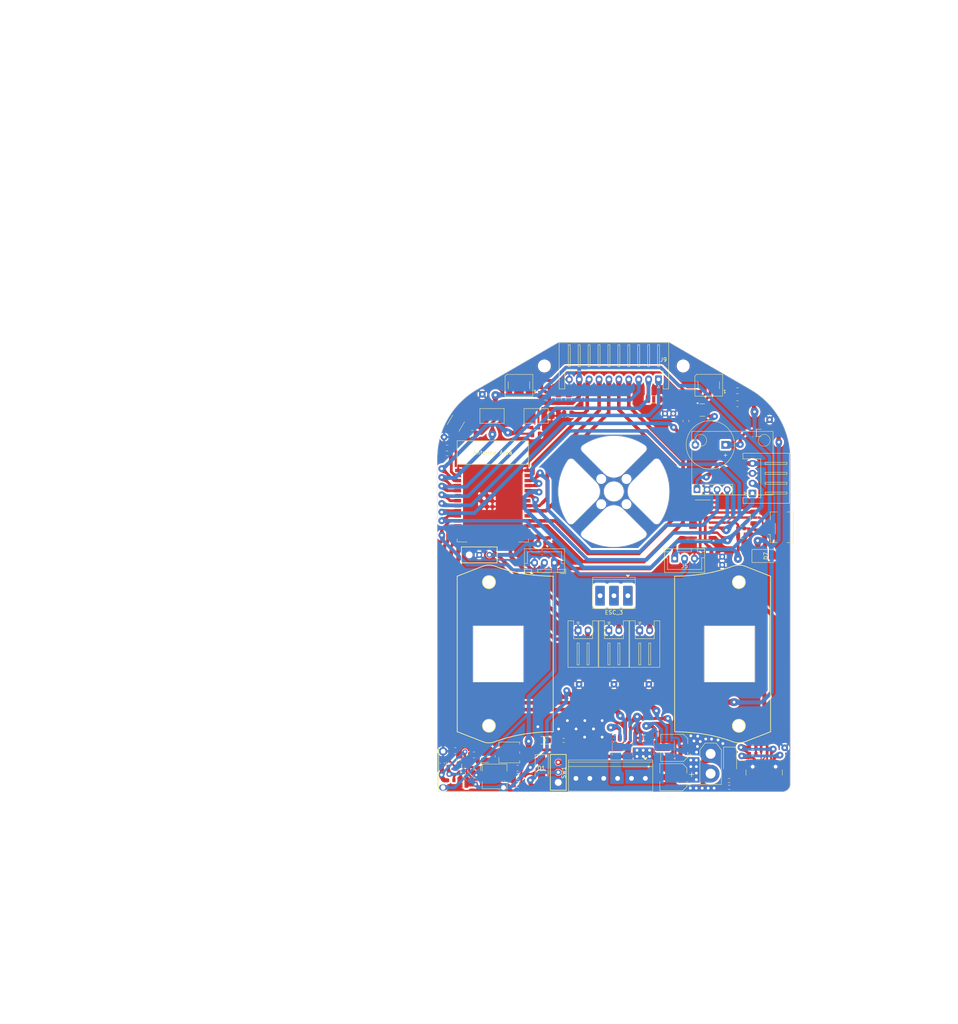
<source format=kicad_pcb>
(kicad_pcb (version 20241229) (generator "pcbnew") (generator_version "9.0")
  (layers (0 "F.Cu" signal) (2 "B.Cu" signal) (13 "F.Paste" user) (15 "B.Paste" user) (5 "F.SilkS" user "F.Silkscreen") (7 "B.SilkS" user "B.Silkscreen") (1 "F.Mask" user) (3 "B.Mask" user) (25 "Edge.Cuts" user))
  (net 0 "")
  (net 1 "Net-(BZ1--)")
  (net 2 "Net-(BZ1-+)")
  (net 3 "/Vb")
  (net 4 "GND")
  (net 5 "/VDD_ESP")
  (net 6 "+3.3V")
  (net 7 "/EN")
  (net 8 "/BOOT")
  (net 9 "Net-(U2-FILTER)")
  (net 10 "Net-(U3-FILTER)")
  (net 11 "/VM")
  (net 12 "Net-(D3-VDD)")
  (net 13 "Net-(D5-VDD)")
  (net 14 "Net-(D1-A)")
  (net 15 "Net-(D2-K)")
  (net 16 "/LEDs")
  (net 17 "/CH340C/VMusC")
  (net 18 "/CH340C/VMusB")
  (net 19 "/SCL")
  (net 20 "/SDA")
  (net 21 "/Enc1")
  (net 22 "/Enc2")
  (net 23 "/ESC1&2_VM")
  (net 24 "/ESC3_VM")
  (net 25 "/Data_S3")
  (net 26 "/Data_1aux")
  (net 27 "/Data_S0")
  (net 28 "/Data_SIG")
  (net 29 "/Data_S1")
  (net 30 "/Data_2aux")
  (net 31 "/Data_S2")
  (net 32 "/Data_EN")
  (net 33 "/ESC_1")
  (net 34 "/ESC_2")
  (net 35 "/ESC_3")
  (net 36 "/CH340C/D-")
  (net 37 "/CH340C/D+")
  (net 38 "/CH340C/CC1")
  (net 41 "/CH340C/CC2")
  (net 42 "/TX")
  (net 43 "/RX")
  (net 45 "Net-(Q1-G)")
  (net 46 "/BUZ")
  (net 47 "/BUTTON")
  (net 48 "/StepDown_2315/Rt")
  (net 51 "/StepDown_2315/VCC_SW")
  (net 60 "/CurrESC1&2")
  (net 61 "/CurrESC2")
  (net 71 "/StepDown_2315/SW")
  (net 72 "Net-(ST1-EN{slash}SYNC)")
  (net 73 "/StepDown_2315/AAM")
  (net 74 "/StepDown_2315/FB")
  (net 75 "/StepDown_2315/BST")
  (net 76 "Net-(C19-Pad1)")
  (net 79 "/D_LED1")
  (net 80 "/D_LED2")
  (footprint "MountingHole:MountingHole_2.2mm_M2" (layer "F.Cu") (at 103.318019 165.531981 90)
    (property "Reference" "H9" (hide yes))
    (property "Value" "M2")
  )
  (footprint "" (layer "F.Cu") (at 97.725 210.925)
    (property "Reference" "")
    (property "Value" "")
  )
  (footprint "" (layer "F.Cu") (at 119.41 142.68 90)
    (property "Reference" "")
    (property "Value" "")
  )
  (footprint "TerminalBlock_Phoenix:TerminalBlock_Phoenix_PT-1,5-3-3.5-H_1x03_P3.50mm_Horizontal" (layer "F.Cu") (at 110.025 188.6 180)
    (property "Reference" "ESC_3")
    (property "Value" "TerminalBlock_Phoenix_PT-1,5-3-3.5-H_1x03_P3.50mm_Horizontal")
  )
  (footprint "Resistor_SMD:R_0805_2012Metric" (layer "F.Cu") (at 73.8825 229.05 -90)
    (property "Reference" "Rp2" (hide yes))
    (property "Value" "100k" (hide yes))
  )
  (footprint "MixLib:MPU6050_Module" (layer "F.Cu") (at 136.7 155.77 90)
    (property "Reference" "J2" (hide yes))
    (property "Value" "MPU6050")
  )
  (footprint "Resistor_SMD:R_0805_2012Metric" (layer "F.Cu") (at 75.8195 229.05 -90)
    (property "Reference" "Rp1" (hide yes))
    (property "Value" "47k")
  )
  (footprint "Connector_AMASS:AMASS_XT30U-M_1x02_P5.0mm_Vertical" (layer "F.Cu") (at 130.9 228.45 -90)
    (property "Reference" "J1" (hide yes))
    (property "Value" "XT30PW-M" (hide yes))
  )
  (footprint "Capacitor_SMD:C_0805_2012Metric" (layer "F.Cu") (at 82.22 232.06)
    (property "Reference" "C20" (hide yes))
    (property "Value" "22uF")
  )
  (footprint "MountingHole:MountingHole_2.2mm_M2" (layer "F.Cu") (at 103.318019 159.168019 180)
    (property "Reference" "H8" (hide yes))
    (property "Value" "M2")
  )
  (footprint "Capacitor_SMD:C_0805_2012Metric" (layer "F.Cu") (at 68.3825 236.3 180)
    (property "Reference" "C17" (hide yes))
    (property "Value" "22uF" (hide yes))
  )
  (footprint "Capacitor_SMD:C_0805_2012Metric" (layer "F.Cu") (at 89.125 135.825)
    (property "Reference" "C24" (hide yes))
    (property "Value" "100nF")
  )
  (footprint "Resistor_SMD:R_0603_1608Metric" (layer "F.Cu") (at 135.575 236.8875)
    (property "Reference" "R10" (hide yes))
    (property "Value" "10k")
  )
  (footprint "MountingHole:MountingHole_3mm" (layer "F.Cu") (at 75 221.379263)
    (property "Reference" "H2" (hide yes))
    (property "Value" "M3")
  )
  (footprint "Connector_USB:USB_C_Receptacle_GCT_USB4110" (layer "F.Cu") (at 144.39 234.3)
    (property "Reference" "J13" (hide yes))
    (property "Value" "USB_C_Receptacle_USB2.0_16P")
  )
  (footprint "Capacitor_SMD:C_0805_2012Metric" (layer "F.Cu") (at 137.675 136.925)
    (property "Reference" "C26" (hide yes))
    (property "Value" "100nF")
  )
  (footprint "Package_TO_SOT_SMD:SOT-23" (layer "F.Cu") (at 128.775 141.8)
    (property "Reference" "Q1" (hide yes))
    (property "Value" "IRLML2502")
  )
  (footprint "" (layer "F.Cu") (at 133.825 178.75)
    (property "Reference" "")
    (property "Value" "")
  )
  (footprint "Capacitor_SMD:C_0805_2012Metric" (layer "F.Cu") (at 107.05 224.5 180)
    (property "Reference" "C10" (hide yes))
    (property "Value" "10nF")
  )
  (footprint "Potentiometer_SMD:Potentiometer_Vishay_TS53YJ_Vertical" (layer "F.Cu") (at 80.1275 228.1)
    (property "Reference" "RV1" (hide yes))
    (property "Value" "Pot" (hide yes))
  )
  (footprint "Capacitor_SMD:C_0603_1608Metric" (layer "F.Cu") (at 90.2 174.775 -90)
    (property "Reference" "C8" (hide yes))
    (property "Value" "100nF")
  )
  (footprint "LED_SMD:LED_WS2812B_PLCC4_5.0x5.0mm_P3.2mm" (layer "F.Cu") (at 130.425 135.55 180)
    (property "Reference" "D5" (hide yes))
    (property "Value" "WS2812B")
  )
  (footprint "Resistor_SMD:R_0805_2012Metric" (layer "F.Cu") (at 137.67 140.19)
    (property "Reference" "R7" (hide yes))
    (property "Value" "100")
  )
  (footprint "Diode_SMD:D_SMA" (layer "F.Cu") (at 88.3 232.15 -90)
    (property "Reference" "D1")
    (property "Value" "SS14")
  )
  (footprint "Diode_SMD:D_SMA" (layer "F.Cu") (at 135.8 230.25 -90)
    (property "Reference" "D6" (hide yes))
    (property "Value" "SS14" (hide yes))
  )
  (footprint "LED_SMD:LED_WS2812B_PLCC4_5.0x5.0mm_P3.2mm" (layer "F.Cu") (at 82.56 135.57 180)
    (property "Reference" "D3" (hide yes))
    (property "Value" "WS2812B")
  )
  (footprint "Capacitor_SMD:C_0805_2012Metric" (layer "F.Cu") (at 64.45 154.065 180)
    (property "Reference" "C4" (hide yes))
    (property "Value" "100nF" (hide yes))
  )
  (footprint "TerminalBlock_Phoenix:TerminalBlock_Phoenix_PT-1,5-6-3.5-H_1x06_P3.50mm_Horizontal" (layer "F.Cu") (at 114.44 234.64 180)
    (property "Reference" "J15" (hide yes))
    (property "Value" "ESC_VM")
  )
  (footprint "Capacitor_SMD:C_0603_1608Metric" (layer "F.Cu") (at 68.5825 234.575 180)
    (property "Reference" "C18" (hide yes))
    (property "Value" "100nF" (hide yes))
  )
  (footprint "MixLib:SW_Slide-03_P2.54_L9_W4_H7" (layer "F.Cu") (at 72.56 178.3 180)
    (property "Reference" "SW3" (hide yes))
    (property "Value" "Boot_SW")
  )
  (footprint "" (layer "F.Cu") (at 145.77 144.23)
    (property "Reference" "")
    (property "Value" "")
  )
  (footprint "Capacitor_SMD:C_0603_1608Metric" (layer "F.Cu") (at 138.575 171.625)
    (property "Reference" "C14" (hide yes))
    (property "Value" "100nF")
  )
  (footprint "Capacitor_SMD:C_0805_2012Metric" (layer "F.Cu") (at 138.775 173.4)
    (property "Reference" "C13" (hide yes))
    (property "Value" "1uF")
  )
  (footprint "" (layer "F.Cu") (at 149.575 226.925)
    (property "Reference" "")
    (property "Value" "")
  )
  (footprint "MountingHole:MountingHole_3mm" (layer "F.Cu") (at 123.98 130.69)
    (property "Reference" "H6" (hide yes))
    (property "Value" "M3" (hide yes))
  )
  (footprint "Resistor_SMD:R_0805_2012Metric" (layer "F.Cu") (at 70.75 147.675)
    (property "Reference" "R9" (hide yes))
    (property "Value" "10k")
  )
  (footprint "Package_SO:SOIC-16_3.9x9.9mm_P1.27mm" (layer "F.Cu") (at 128.925 169.53 180)
    (property "Reference" "U4" (hide yes))
    (property "Value" "CH340C")
  )
  (footprint "MountingHole:MountingHole_3mm" (layer "F.Cu") (at 138 185.1793)
    (property "Reference" "H3" (hide yes))
    (property "Value" "M3")
  )
  (footprint "Connector_USB:USB_Micro-B_Amphenol_10104110_Horizontal" (layer "F.Cu") (at 147.6 171.35 90)
    (property "Reference" "J16" (hide yes))
    (property "Value" "USB_B_Micro" (hide yes))
  )
  (footprint "Buzzer_Beeper:Buzzer_12x9.5RM7.6" (layer "F.Cu") (at 134.625 150.575 180)
    (property "Reference" "BZ1" (hide yes))
    (property "Value" "Buzzer")
  )
  (footprint "Inductor_SMD:L_TDK_SLF6025" (layer "F.Cu") (at 76.4275 234.1425)
    (property "Reference" "L1" (hide yes))
    (property "Value" "6.8uH" (hide yes))
  )
  (footprint "PCM_Espressif:ESP32-WROOM-32E" (layer "F.Cu") (at 75.975 164.04)
    (property "Reference" "U1" (hide yes))
    (property "Value" "ESP32-WROOM-32E")
  )
  (footprint "Capacitor_SMD:C_0805_2012Metric" (layer "F.Cu") (at 114.225 224.45 180)
    (property "Reference" "C9" (hide yes))
    (property "Value" "10nF")
  )
  (footprint "Resistor_SMD:R_0603_1608Metric" (layer "F.Cu") (at 93.85 225.06232)
    (property "Reference" "R1" (hide yes))
    (property "Value" "1k" (hide yes))
  )
  (footprint "Capacitor_SMD:CP_Elec_6.3x5.4" (layer "F.Cu") (at 121.725 226.95 180)
    (property "Reference" "C2" (hide yes))
    (property "Value" "100uF" (hide yes))
  )
  (footprint "Capacitor_SMD:C_0805_2012Metric" (layer "F.Cu") (at 92.525 139.075 90)
    (property "Reference" "C11" (hide yes))
    (property "Value" "10uF")
  )
  (footprint "MixLib:Mini360_step-down" (layer "F.Cu") (at 71.05 232.375 180)
    (property "Reference" "U6" (hide yes))
    (property "Value" "Mini360" (hide yes))
  )
  (footprint "Capacitor_SMD:C_0805_2012Metric" (layer "F.Cu") (at 95.125 139.075 90)
    (property "Reference" "C12" (hide yes))
    (property "Value" "100nF")
  )
  (footprint "MixLib:MagicAlonso_Red_Mod_23.5mm" (layer "F.Cu") (at 135.27 206.179262 180)
    (property "Reference" "REF**" (hide yes))
    (property "Value" "MagicAlonso_Red_Mod_23.5mm")
    (fp_rect (start -6.75 -4.2) (end 5.95 10) (stroke (width 0.1)) (fill no) (layer "Edge.Cuts"))
  )
  (footprint "Capacitor_SMD:C_0603_1608Metric" (layer "F.Cu") (at 63.19 230.82 90)
    (property "Reference" "C23" (hide yes))
    (property "Value" "100nF" (hide yes))
  )
  (footprint "" (layer "F.Cu") (at 63.7 148.625)
    (property "Reference" "")
    (property "Value" "")
  )
  (footprint "" (layer "F.Cu") (at 106.525 210.925)
    (property "Reference" "")
    (property "Value" "")
  )
  (footprint "Resistor_SMD:R_0603_1608Metric" (layer "F.Cu") (at 135.575 235.175)
    (property "Reference" "R11" (hide yes))
    (property "Value" "10k")
  )
  (footprint "" (layer "F.Cu") (at 115.325 210.925)
    (property "Reference" "")
    (property "Value" "")
  )
  (footprint "Resistor_SMD:R_0805_2012Metric" (layer "F.Cu") (at 66.49 227.64)
    (property "Reference" "R17" (hide yes))
    (property "Value" "10k")
  )
  (footprint "Capacitor_SMD:CP_Elec_6.3x5.4" (layer "F.Cu") (at 121.5 234.35 180)
    (property "Reference" "C28" (hide yes))
    (property "Value" "100uF")
  )
  (footprint "Connector_JST:JST_XH_S4B-XH-A_1x04_P2.50mm_Horizontal" (layer "F.Cu") (at 141.455 162.75 90)
    (property "Reference" "J14" (hide yes))
    (property "Value" "UART_Out")
  )
  (footprint "Connector_JST:JST_XH_S10B-XH-A_1x10_P2.50mm_Horizontal" (layer "F.Cu") (at 117.76 134.07 180)
    (property "Reference" "J9")
    (property "Value" "Sensors" (hide yes))
  )
  (footprint "Resistor_SMD:R_0603_1608Metric" (layer "F.Cu") (at 86.65 146.225)
    (property "Reference" "R2" (hide yes))
    (property "Value" "10k")
  )
  (footprint "Resistor_SMD:R_0805_2012Metric" (layer "F.Cu") (at 71.2075 228.725 180)
    (property "Reference" "R14" (hide yes))
    (property "Value" "20" (hide yes))
  )
  (footprint "Resistor_SMD:R_0603_1608Metric" (layer "F.Cu") (at 64.77 230.82 -90)
    (property "Reference" "R15" (hide yes))
    (property "Value" "100k" (hide yes))
  )
  (footprint "" (layer "F.Cu") (at 73.325 137.825)
    (property "Reference" "")
    (property "Value" "")
  )
  (footprint "Fuse:Fuse_1812_4532Metric_Pad1.30x3.40mm_HandSolder" (layer "F.Cu") (at 66.65 145.125 -90)
    (property "Reference" "F1" (hide yes))
    (property "Value" "300mA" (hide yes))
  )
  (footprint "Connector_JST:JST_XH_S2B-XH-A_1x02_P2.50mm_Horizontal" (layer "F.Cu") (at 105.2575 197.335)
    (property "Reference" "J11" (hide yes))
    (property "Value" "ESC2")
  )
  (footprint "Resistor_SMD:R_1206_3216Metric" (layer "F.Cu") (at 142.975 147.55)
    (property "Reference" "R4" (hide yes))
    (property "Value" "330")
  )
  (footprint "MountingHole:MountingHole_3mm" (layer "F.Cu") (at 88.98 130.69)
    (property "Reference" "H5" (hide yes))
    (property "Value" "M3" (hide yes))
  )
  (footprint "Resistor_SMD:R_1206_3216Metric" (layer "F.Cu") (at 116.5625 139.11 180)
    (property "Reference" "JP1" (hide yes))
    (property "Value" "Jumper_2_Small_Open")
  )
  (footprint "" (layer "F.Cu") (at 133.825 180.825)
    (property "Reference" "")
    (property "Value" "")
  )
  (footprint "MixLib:MagicAlonso_Red_Mod_23.5mm" (layer "F.Cu") (at 77.75 200.375002)
    (property "Reference" "REF**" (hide yes))
    (property "Value" "MagicAlonso_Red_Mod_23.5mm")
    (fp_rect (start -6.75 -4.2) (end 5.95 10) (stroke (width 0.1)) (fill no) (layer "Edge.Cuts"))
  )
  (footprint "Resistor_SMD:R_0603_1608Metric" (layer "F.Cu") (at 141.5 228.4 180)
    (property "Reference" "R13" (hide yes))
    (property "Value" "10k")
  )
  (footprint "Resistor_SMD:R_1206_3216Metric" (layer "F.Cu") (at 141.8 168.925 90)
    (property "Reference" "REF**" (hide yes))
    (property "Value" "R_1206_3216Metric")
  )
  (footprint "MixLib:LED_0805_2012Metric" (layer "F.Cu") (at 89.24 225.02232 180)
    (property "Reference" "D2" (hide yes))
    (property "Value" "LED_On" (hide yes))
  )
  (footprint "Capacitor_SMD:C_0805_2012Metric" (layer "F.Cu") (at 82.22 234.12)
    (property "Reference" "C22" (hide yes))
    (property "Value" "10uF")
  )
  (footprint "Resistor_SMD:R_0805_2012Metric" (layer "F.Cu") (at 94.9 142.625)
    (property "Reference" "R6" (hide yes))
    (property "Value" "10k")
  )
  (footprint "MountingHole:MountingHole_2.2mm_M2" (layer "F.Cu") (at 109.681981 165.531981 90)
    (property "Reference" "H10" (hide yes))
    (property "Value" "M2")
  )
  (footprint "Resistor_SMD:R_0603_1608Metric" (layer "F.Cu") (at 141.5 226.775 180)
    (property "Reference" "R12" (hide yes))
    (property "Value" "10k")
  )
  (footprint "Capacitor_SMD:C_0805_2012Metric" (layer "F.Cu") (at 82.22 236.18)
    (property "Reference" "C21" (hide yes))
    (property "Value" "22uF")
  )
  (footprint "MountingHole:MountingHole_2.2mm_M2" (layer "F.Cu") (at 109.681981 159.168019 180)
    (property "Reference" "H7" (hide yes))
    (property "Value" "M2")
  )
  (footprint "Package_TO_SOT_SMD:TSOT-23-8" (layer "F.Cu") (at 69.6825 231.775 90)
    (property "Reference" "ST1" (hide yes))
    (property "Value" "MP2315" (hide yes))
  )
  (footprint "Connector_JST:JST_XH_B3B-XH-A_1x03_P2.50mm_Vertical" (layer "F.Cu") (at 91.5 180.275 180)
    (property "Reference" "J4" (hide yes))
    (property "Value" "Encoder1" (hide yes))
  )
  (footprint "MixLib:SW_Slide-03_P2.54_L9_W4_H7" (layer "F.Cu") (at 92.475 233.12 90)
    (property "Reference" "SW1")
    (property "Value" "Power_SW" (hide yes))
  )
  (footprint "Connector_JST:JST_XH_S2B-XH-A_1x02_P2.50mm_Horizontal" (layer "F.Cu") (at 113.025 197.335)
    (property "Reference" "J12" (hide yes))
    (property "Value" "ESC3")
  )
  (footprint "Button_Switch_SMD:SW_SPST_CK_RS282G05A3" (layer "F.Cu") (at 86.89 143.27)
    (property "Reference" "SW2" (hide yes))
    (property "Value" "EN_Push")
  )
  (footprint "Diode_SMD:D_SMA" (layer "F.Cu") (at 144.825 178.575)
    (property "Reference" "D7")
    (property "Value" "SS14")
  )
  (footprint "Resistor_SMD:R_0603_1608Metric" (layer "F.Cu") (at 65.34 235.12 180)
    (property "Reference" "R16" (hide yes))
    (property "Value" "10k")
  )
  (footprint "Resistor_SMD:R_0805_2012Metric" (layer "F.Cu") (at 89.23 138.54)
    (property "Reference" "R5" (hide yes))
    (property "Value" "100")
  )
  (footprint "Connector_JST:JST_XH_S2B-XH-A_1x02_P2.50mm_Horizontal" (layer "F.Cu") (at 97.49 197.335)
    (property "Reference" "J10" (hide yes))
    (property "Value" "ESC1")
  )
  (footprint "Capacitor_SMD:C_0603_1608Metric" (layer "F.Cu") (at 72.1575 231.2 -90)
    (property "Reference" "C19" (hide yes))
    (property "Value" "100nF" (hide yes))
  )
  (footprint "Connector_JST:JST_XH_B3B-XH-A_1x03_P2.50mm_Vertical" (layer "F.Cu") (at 121.825 179.225)
    (property "Reference" "J5")
    (property "Value" "Encoder2")
  )
  (footprint "Resistor_SMD:R_0805_2012Metric" (layer "F.Cu") (at 124.66 144.55 -90)
    (property "Reference" "R8" (hide yes))
    (property "Value" "330")
  )
  (footprint "MountingHole:MountingHole_3mm" (layer "F.Cu") (at 75 185.179263)
    (property "Reference" "H1" (hide yes))
    (property "Value" "M3")
  )
  (footprint "Capacitor_SMD:C_0805_2012Metric" (layer "F.Cu") (at 64.425 151.375 180)
    (property "Reference" "C3" (hide yes))
    (property "Value" "1uF" (hide yes))
  )
  (footprint "Capacitor_SMD:C_0805_2012Metric" (layer "F.Cu") (at 86.875 147.95)
    (property "Reference" "C7" (hide yes))
    (property "Value" "100nF")
  )
  (footprint "Resistor_SMD:R_0603_1608Metric" (layer "F.Cu") (at 67.38 230 90)
    (property "Reference" "Rt1" (hide yes))
    (property "Value" "33k" (hide yes))
  )
  (footprint "" (layer "F.Cu") (at 121.485 142.68 90)
    (property "Reference" "")
    (property "Value" "")
  )
  (footprint "Button_Switch_SMD:SW_SPST_CK_RS282G05A3" (layer "F.Cu") (at 75.775 143.275)
    (property "Reference" "SW4" (hide yes))
    (property "Value" "BUTTON_Push")
  )
  (footprint "MountingHole:MountingHole_3mm" (layer "F.Cu") (at 138 221.379263)
    (property "Reference" "H4" (hide yes))
    (property "Value" "M3" (hide yes))
  )
  (footprint "Capacitor_SMD:C_0603_1608Metric" (layer "B.Cu") (at 113.91 225.34 180)
    (property "Reference" "C6" (hide yes))
    (property "Value" "100nF")
  )
  (footprint "Capacitor_SMD:C_0603_1608Metric" (layer "B.Cu") (at 123.7 226.05 180)
    (property "Reference" "C5" (hide yes))
    (property "Value" "100nF")
  )
  (footprint "Resistor_SMD:R_0603_1608Metric" (layer "B.Cu") (at 88.4 177.65)
    (property "Reference" "R3" (hide yes))
    (property "Value" "10k")
  )
  (footprint "Package_SO:SOIC-8_3.9x4.9mm_P1.27mm" (layer "B.Cu") (at 108.65 226.935 90)
    (property "Reference" "U3" (hide yes))
    (property "Value" "ACS712-20A" (hide yes))
  )
  (footprint "Resistor_SMD:R_1206_3216Metric" (layer "B.Cu") (at 69.4 233.95 90)
    (property "Reference" "REF**" (hide yes))
    (property "Value" "R_1206_3216Metric")
  )
  (footprint "Package_SO:SOIC-8_3.9x4.9mm_P1.27mm" (layer "B.Cu") (at 119.16 226.895 90)
    (property "Reference" "U2" (hide yes))
    (property "Value" "ACS712-30A" (hide yes))
  )
  (gr_line (start 104.139914 157.839157) (end 98.533318 152.232562) (stroke (width 0.1)) (layer "Edge.Cuts"))
  (gr_line (start 64 238) (end 149 238) (stroke (width 0.1)) (layer "Edge.Cuts"))
  (gr_arc (start 114.304436 173.932498) (mid 106.493467 176.31403) (end 98.682498 173.932497) (stroke (width 0.1)) (layer "Edge.Cuts"))
  (gr_arc (start 64 238) (mid 62.585786 237.414214) (end 62 236) (stroke (width 0.1)) (layer "Edge.Cuts"))
  (gr_circle (center 103.311486 165.496012) (end 104.311486 165.496012) (stroke (width 0.1)) (fill no) (layer "Edge.Cuts"))
  (gr_line (start 108.84702 157.839157) (end 114.453616 152.232562) (stroke (width 0.1)) (layer "Edge.Cuts"))
  (gr_line (start 102.018593 164.667584) (end 96.411998 170.27418) (stroke (width 0.1)) (layer "Edge.Cuts"))
  (gr_circle (center 109.675448 159.13205) (end 110.675448 159.13205) (stroke (width 0.1)) (fill no) (layer "Edge.Cuts"))
  (gr_arc (start 96.411998 170.27418) (mid 95.60829 170.562397) (end 94.875 170.125) (stroke (width 0.1)) (layer "Edge.Cuts"))
  (gr_arc (start 102.018593 159.960478) (mid 102.740108 161.040296) (end 102.993467 162.314031) (stroke (width 0.1)) (layer "Edge.Cuts"))
  (gr_arc (start 98.533318 152.232562) (mid 98.245129 151.428869) (end 98.682498 150.695564) (stroke (width 0.1)) (layer "Edge.Cuts"))
  (gr_arc (start 108.84702 157.839157) (mid 107.767204 158.560679) (end 106.493467 158.814031) (stroke (width 0.1)) (layer "Edge.Cuts"))
  (gr_line (start 104.139914 166.788905) (end 98.533318 172.3955) (stroke (width 0.1)) (layer "Edge.Cuts"))
  (gr_line (start 92.51 124.76) (end 71.955203 136.650906) (stroke (width 0.1)) (layer "Edge.Cuts"))
  (gr_arc (start 110.968341 164.667584) (mid 110.246831 163.587766) (end 109.993467 162.314031) (stroke (width 0.1)) (layer "Edge.Cuts"))
  (gr_circle (center 109.675448 165.496012) (end 110.675448 165.496012) (stroke (width 0.1)) (fill no) (layer "Edge.Cuts"))
  (gr_arc (start 106.493467 165.814031) (mid 107.76721 166.067379) (end 108.84702 166.788905) (stroke (width 0.1)) (layer "Edge.Cuts"))
  (gr_arc (start 114.304436 150.695564) (mid 114.741819 151.428863) (end 114.453616 152.232562) (stroke (width 0.1)) (layer "Edge.Cuts"))
  (gr_arc (start 98.682498 150.695564) (mid 106.493468 148.314029) (end 114.304436 150.695565) (stroke (width 0.1)) (layer "Edge.Cuts"))
  (gr_line (start 108.84702 166.788905) (end 114.453616 172.3955) (stroke (width 0.1)) (layer "Edge.Cuts"))
  (gr_arc (start 61.9701 153.970095) (mid 64.643468 143.973411) (end 71.955203 136.650906) (stroke (width 0.1)) (layer "Edge.Cuts"))
  (gr_line (start 151 236) (end 150.970093 153.950602) (stroke (width 0.1)) (layer "Edge.Cuts"))
  (gr_arc (start 114.453616 172.3955) (mid 114.741824 173.19921) (end 114.304436 173.932498) (stroke (width 0.1)) (layer "Edge.Cuts"))
  (gr_line (start 110.968341 159.960478) (end 116.574936 154.353882) (stroke (width 0.1)) (layer "Edge.Cuts"))
  (gr_arc (start 116.574936 154.353882) (mid 117.37863 154.065702) (end 118.111934 154.503062) (stroke (width 0.1)) (layer "Edge.Cuts"))
  (gr_circle (center 106.493467 162.314031) (end 108.993467 162.314031) (stroke (width 0.1)) (fill no) (layer "Edge.Cuts"))
  (gr_line (start 92.51 124.76) (end 120.51 124.76) (stroke (width 0.1)) (layer "Edge.Cuts"))
  (gr_line (start 110.968341 164.667584) (end 116.574936 170.27418) (stroke (width 0.1)) (layer "Edge.Cuts"))
  (gr_arc (start 118.111934 170.125) (mid 117.378636 170.562397) (end 116.574936 170.27418) (stroke (width 0.1)) (layer "Edge.Cuts"))
  (gr_line (start 102.018593 159.960478) (end 96.411998 154.353882) (stroke (width 0.1)) (layer "Edge.Cuts"))
  (gr_arc (start 104.139914 166.788905) (mid 105.219734 166.067402) (end 106.493467 165.814031) (stroke (width 0.1)) (layer "Edge.Cuts"))
  (gr_arc (start 98.682498 173.932498) (mid 98.245129 173.19921) (end 98.533318 172.3955) (stroke (width 0.1)) (layer "Edge.Cuts"))
  (gr_line (start 62 236) (end 61.9701 153.970095) (stroke (width 0.1)) (layer "Edge.Cuts"))
  (gr_line (start 120.51 124.76) (end 141.011075 136.661109) (stroke (width 0.1)) (layer "Edge.Cuts"))
  (gr_arc (start 141.011075 136.661109) (mid 148.300609 143.975245) (end 150.970093 153.950602) (stroke (width 0.1)) (layer "Edge.Cuts"))
  (gr_arc (start 106.493467 158.814031) (mid 105.21974 158.560659) (end 104.139914 157.839157) (stroke (width 0.1)) (layer "Edge.Cuts"))
  (gr_arc (start 109.993467 162.314031) (mid 110.246824 161.040296) (end 110.968341 159.960478) (stroke (width 0.1)) (layer "Edge.Cuts"))
  (gr_arc (start 151 236) (mid 150.414214 237.414214) (end 149 238) (stroke (width 0.1)) (layer "Edge.Cuts"))
  (gr_arc (start 94.875 170.125) (mid 92.493467 162.314031) (end 94.875001 154.503062) (stroke (width 0.1)) (layer "Edge.Cuts"))
  (gr_circle (center 103.311486 159.13205) (end 104.311486 159.13205) (stroke (width 0.1)) (fill no) (layer "Edge.Cuts"))
  (gr_arc (start 94.875 154.503062) (mid 95.608289 154.065707) (end 96.411998 154.353882) (stroke (width 0.1)) (layer "Edge.Cuts"))
  (gr_arc (start 118.111934 154.503062) (mid 120.493467 162.314031) (end 118.111933 170.125) (stroke (width 0.1)) (layer "Edge.Cuts"))
  (gr_arc (start 102.993467 162.314031) (mid 102.740098 163.587761) (end 102.018593 164.667584) (stroke (width 0.1)) (layer "Edge.Cuts"))
  (segment (start 129.7125 142.5875) (end 129.7125 141.8) (width 0.6) (layer "F.Cu") (net 1))
  (segment (start 130.555 143.43) (end 129.7125 142.5875) (width 0.6) (layer "F.Cu") (net 1))
  (segment (start 131.9 143.39) (end 131.86 143.43) (width 0.6) (layer "F.Cu") (net 1))
  (segment (start 127.025 150.575) (end 127.2 150.575) (width 0.6) (layer "F.Cu") (net 1))
  (segment (start 131.86 143.43) (end 130.555 143.43) (width 0.6) (layer "F.Cu") (net 1))
  (via (at 131.9 143.39) (size 1.7) (drill 0.7) (layers "F.Cu" "B.Cu") (net 1))
  (segment (start 131.685 143.39) (end 127.025 148.05) (width 0.7) (layer "B.Cu") (net 1))
  (segment (start 131.9 143.39) (end 131.685 143.39) (width 0.7) (layer "B.Cu") (net 1))
  (segment (start 127.025 148.05) (end 127.025 150.575) (width 0.7) (layer "B.Cu") (net 1))
  (segment (start 138.4 148.825) (end 139.675 147.55) (width 0.7) (layer "F.Cu") (net 2))
  (segment (start 138.4 150.5) (end 138.4 148.825) (width 0.7) (layer "F.Cu") (net 2))
  (segment (start 139.675 147.55) (end 141.5125 147.55) (width 0.7) (layer "F.Cu") (net 2))
  (via (at 138.4 150.5) (size 1.7) (drill 0.7) (layers "F.Cu" "B.Cu") (net 2))
  (segment (start 138.325 150.575) (end 138.4 150.5) (width 0.7) (layer "B.Cu") (net 2))
  (segment (start 134.625 150.575) (end 138.325 150.575) (width 0.7) (layer "B.Cu") (net 2))
  (segment (start 136.81 215.42) (end 133.88 215.42) (width 0.9) (layer "F.Cu") (net 3))
  (segment (start 131.92 215.42) (end 130.2 213.7) (width 0.9) (layer "F.Cu") (net 3))
  (segment (start 136.81 215.42) (end 131.92 215.42) (width 0.9) (layer "F.Cu") (net 3))
  (segment (start 135.8 224.95) (end 135.8 228.25) (width 0.9) (layer "F.Cu") (net 3))
  (segment (start 144.4375 147.55) (end 147.1 147.55) (width 0.9) (layer "F.Cu") (net 3))
  (segment (start 64.77 233.36) (end 64.98 233.57) (width 0.7) (layer "F.Cu") (net 3))
  (segment (start 85.43875 230.81125) (end 85.43875 231.88875) (width 0.9) (layer "F.Cu") (net 3))
  (segment (start 148.1 148.55) (end 148.1 149.9) (width 0.9) (layer "F.Cu") (net 3))
  (segment (start 86.1 230.15) (end 85.43875 230.81125) (width 0.9) (layer "F.Cu") (net 3))
  (segment (start 95.84 213.7) (end 94.65 212.51) (width 0.9) (layer "F.Cu") (net 3))
  (segment (start 64.77 231.645) (end 64.77 233.36) (width 0.7) (layer "F.Cu") (net 3))
  (segment (start 142.825 174.8) (end 142.75 174.725) (width 0.9) (layer "F.Cu") (net 3))
  (segment (start 88.3 230.15) (end 86.1 230.15) (width 0.9) (layer "F.Cu") (net 3))
  (segment (start 94.65 212.51) (end 94.6 212.51) (width 0.9) (layer "F.Cu") (net 3))
  (segment (start 142.825 178.575) (end 142.825 174.8) (width 0.9) (layer "F.Cu") (net 3))
  (segment (start 133.88 223.03) (end 135.8 224.95) (width 0.9) (layer "F.Cu") (net 3))
  (segment (start 133.88 215.42) (end 133.88 223.03) (width 0.9) (layer "F.Cu") (net 3))
  (segment (start 130.2 213.7) (end 95.84 213.7) (width 0.9) (layer "F.Cu") (net 3))
  (segment (start 147.1 147.55) (end 148.1 148.55) (width 0.9) (layer "F.Cu") (net 3))
  (via (at 142.75 174.725) (size 2) (drill 0.7) (layers "F.Cu" "B.Cu") (net 3))
  (via (at 94.6 212.51) (size 1.7) (drill 0.7) (layers "F.Cu" "B.Cu") (net 3))
  (via (at 71.6075 236.14) (size 1.2) (drill 0.55) (layers "F.Cu" "B.Cu") (net 3))
  (via (at 136.81 215.42) (size 2) (drill 0.7) (layers "F.Cu" "B.Cu") (net 3))
  (via (at 85.43875 231.88875) (size 1.7) (drill 0.7) (layers "F.Cu" "B.Cu") (net 3))
  (via (at 64.98 233.57) (size 1.4) (drill 0.7) (layers "F.Cu" "B.Cu") (net 3))
  (via (at 148.1 149.9) (size 1.7) (drill 0.7) (layers "F.Cu" "B.Cu") (net 3))
  (segment (start 146.275 176.375) (end 144.625 174.725) (width 1) (layer "B.Cu") (net 3))
  (segment (start 136.88 215.49) (end 143.73 215.49) (width 1) (layer "B.Cu") (net 3))
  (segment (start 94.6 212.51) (end 94.48 212.63) (width 0.9) (layer "B.Cu") (net 3))
  (segment (start 71.6075 236.14) (end 71.59 236.14) (width 1) (layer "B.Cu") (net 3))
  (segment (start 94.48 215.295) (end 89.625 220.15) (width 0.9) (layer "B.Cu") (net 3))
  (segment (start 64.98 233.57) (end 67.711714 233.57) (width 0.6) (layer "B.Cu") (net 3))
  (segment (start 144.625 174.725) (end 142.75 174.725) (width 1) (layer "B.Cu") (net 3))
  (segment (start 67.711714 233.57) (end 68.365857 232.915857) (width 0.6) (layer "B.Cu") (net 3))
  (segment (start 89.625 227.8) (end 85.53625 231.88875) (width 0.9) (layer "B.Cu") (net 3))
  (segment (start 85.43875 231.88875) (end 85.53625 231.88875) (width 0.7) (layer "B.Cu") (net 3))
  (segment (start 148.1 174.55) (end 148.1 149.9) (width 0.9) (layer "B.Cu") (net 3))
  (segment (start 94.48 212.63) (end 94.48 215.295) (width 0.9) (layer "B.Cu") (net 3))
  (segment (start 143.73 215.49) (end 146.275 212.945) (width 1) (layer "B.Cu") (net 3))
  (segment (start 146.275 212.945) (end 146.275 176.375) (width 1) (layer "B.Cu") (net 3))
  (segment (start 71.6075 236.07) (end 71.6075 236.14) (width 1) (layer "B.Cu") (net 3))
  (segment (start 136.81 215.42) (end 136.88 215.49) (width 1) (layer "B.Cu") (net 3))
  (segment (start 146.275 176.375) (end 148.1 174.55) (width 0.9) (layer "B.Cu") (net 3))
  (segment (start 71.59 236.14) (end 70.434143 234.984143) (width 0.9) (layer "B.Cu") (net 3))
  (segment (start 80.3825 236.945) (end 78.67 236.945) (width 0.9) (layer "B.Cu") (net 3))
  (segment (start 72.4125 236.945) (end 71.6075 236.14) (width 0.9) (layer "B.Cu") (net 3))
  (segment (start 78.67 236.945) (end 72.4125 236.945) (width 0.9) (layer "B.Cu") (net 3))
  (segment (start 89.625 220.15) (end 89.625 227.8) (width 0.9) (layer "B.Cu") (net 3))
  (segment (start 85.43875 231.88875) (end 80.3825 236.945) (width 0.9) (layer "B.Cu") (net 3))
  (via (at 132.77 224.96) (size 1.4) (drill 0.7) (layers "F.Cu" "B.Cu") (net 4))
  (via (at 127.34 228.03) (size 1.4) (drill 0.7) (layers "F.Cu" "B.Cu") (net 4))
  (via (at 99.13 224.24) (size 1.7) (drill 0.7) (layers "F.Cu" "B.Cu") (net 4))
  (via (at 125.78 237.1) (size 1.4) (drill 0.7) (layers "F.Cu" "B.Cu") (net 4))
  (via (at 133.98 225.85) (size 1.4) (drill 0.7) (layers "F.Cu" "B.Cu") (net 4))
  (via (at 127.28 237.1) (size 1.4) (drill 0.7) (layers "F.Cu" "B.Cu") (net 4))
  (via (at 130.28 237.1) (size 1.4) (drill 0.7) (layers "F.Cu" "B.Cu") (net 4))
  (via (at 131.13 224.74) (size 1.4) (drill 0.7) (layers "F.Cu" "B.Cu") (net 4))
  (via (at 128.78 237.1) (size 1.4) (drill 0.7) (layers "F.Cu" "B.Cu") (net 4))
  (via (at 126.7 225.2) (size 1.4) (drill 0.7) (layers "F.Cu" "B.Cu") (net 4))
  (via (at 103.55 224.225) (size 1.7) (drill 0.7) (layers "F.Cu" "B.Cu") (net 4))
  (via (at 128.28 225.35) (size 1.4) (drill 0.7) (layers "F.Cu" "B.Cu") (net 4))
  (via (at 71.8075 233.8) (size 1.2) (drill 0.55) (layers "F.Cu" "B.Cu") (net 4))
  (via (at 131.78 237.1) (size 1.4) (drill 0.7) (layers "F.Cu" "B.Cu") (net 4))
  (via (at 94.775 220.075) (size 1.7) (drill 0.7) (layers "F.Cu" "B.Cu") (net 4))
  (via (at 96.975 222.175) (size 1.7) (drill 0.7) (layers "F.Cu" "B.Cu") (net 4))
  (via (at 127.57 226.6) (size 1.4) (drill 0.7) (layers "F.Cu" "B.Cu") (net 4))
  (via (at 92.555 222.19) (size 1.7) (drill 0.7) (layers "F.Cu" "B.Cu") (net 4))
  (via (at 127.65 224) (size 1.4) (drill 0.7) (layers "F.Cu" "B.Cu") (net 4))
  (via (at 87.33 221.62) (size 1.7) (drill 0.7) (layers "F.Cu" "B.Cu") (net 4))
  (via (at 99.175 220.075) (size 1.7) (drill 0.7) (layers "F.Cu" "B.Cu") (net 4))
  (via (at 101.35 222.175) (size 1.7) (drill 0.7) (layers "F.Cu" "B.Cu") (net 4))
  (via (at 129.66 224.71) (size 1.4) (drill 0.7) (layers "F.Cu" "B.Cu") (net 4))
  (via (at 101.375 222.175) (size 1.7) (drill 0.7) (layers "F.Cu" "B.Cu") (net 4))
  (via (at 125.9 223.9) (size 1.4) (drill 0.7) (layers "F.Cu" "B.Cu") (net 4))
  (via (at 103.55 220.075) (size 1.7) (drill 0.7) (layers "F.Cu" "B.Cu") (net 4))
  (segment (start 65.5 157.35) (end 66.45 158.3) (width 0.7) (layer "F.Cu") (net 5))
  (segment (start 65.5 147.089407) (end 65.5 157.35) (width 0.7) (layer "F.Cu") (net 5))
  (segment (start 65.537501 147.051906) (end 65.5 147.089407) (width 0.7) (layer "F.Cu") (net 5))
  (segment (start 66.45 158.3) (end 67.225 158.3) (width 0.7) (layer "F.Cu") (net 5))
  (segment (start 137.8 179.325) (end 137.825 179.3) (width 0.7) (layer "F.Cu") (net 6))
  (segment (start 85 225.275) (end 85 227.45) (width 0.7) (layer "F.Cu") (net 6))
  (segment (start 110.675 220.775) (end 112.375 219.075) (width 0.7) (layer "F.Cu") (net 6))
  (segment (start 87.475 140.117558) (end 87.525 140.067558) (width 0.5) (layer "F.Cu") (net 6))
  (segment (start 110.675 225.225) (end 110.675 220.775) (width 0.7) (layer "F.Cu") (net 6))
  (segment (start 97.76 138.39) (end 97.76 134.07) (width 0.9) (layer "F.Cu") (net 6))
  (segment (start 90.1425 138.54) (end 90.1425 139.987558) (width 0.6) (layer "F.Cu") (net 6))
  (segment (start 89.482442 140.067558) (end 90.0625 140.067558) (width 0.9) (layer "F.Cu") (net 6))
  (segment (start 133.275 155.25) (end 141.455 155.25) (width 0.7) (layer "F.Cu") (net 6))
  (segment (start 70.557442 140.067558) (end 67.762499 142.862501) (width 0.9) (layer "F.Cu") (net 6))
  (segment (start 73.625 143.275) (end 71.875 143.275) (width 0.7) (layer "F.Cu") (net 6))
  (segment (start 123.375 173.975) (end 121.825 175.525) (width 0.9) (layer "F.Cu") (net 6))
  (segment (start 108.45 227.45) (end 110.675 225.225) (width 0.7) (layer "F.Cu") (net 6))
  (segment (start 115.61 181.74) (end 121.825 175.525) (width 0.9) (layer "F.Cu") (net 6))
  (segment (start 88.1525 225.04232) (end 88.1525 227.4075) (width 0.6) (layer "F.Cu") (net 6))
  (segment (start 131.4 170.165) (end 137.215 170.165) (width 0.6) (layer "F.Cu") (net 6))
  (segment (start 96.075 140.075) (end 97.76 138.39) (width 0.9) (layer "F.Cu") (net 6))
  (segment (start 89.489884 140.075) (end 96.075 140.075) (width 0.9) (layer "F.Cu") (net 6))
  (segment (start 91.5 180.275) (end 94 180.275) (width 0.9) (layer "F.Cu") (net 6))
  (segment (start 76.625 139.89) (end 76.625 140.275) (width 0.7) (layer "F.Cu") (net 6))
  (segment (start 88.45 140.067558) (end 89.482442 140.067558) (width 0.9) (layer "F.Cu") (net 6))
  (segment (start 88.45 140.067558) (end 70.557442 140.067558) (width 0.9) (layer "F.Cu") (net 6))
  (segment (start 112.825 219.525) (end 112.375 219.075) (width 0.7) (layer "F.Cu") (net 6))
  (segment (start 85 227.45) (end 108.45 227.45) (width 0.7) (layer "F.Cu") (net 6))
  (segment (start 76.625 140.275) (end 73.625 143.275) (width 0.7) (layer "F.Cu") (net 6))
  (segment (start 85 225.275) (end 85 228.25) (width 1) (layer "F.Cu") (net 6))
  (segment (start 84 229.25) (end 82.1275 229.25) (width 1) (layer "F.Cu") (net 6))
  (segment (start 123.875 173.975) (end 126.45 173.975) (width 0.6) (layer "F.Cu") (net 6))
  (segment (start 89.482442 140.067558) (end 89.489884 140.075) (width 0.9) (layer "F.Cu") (net 6))
  (segment (start 141.25 140.2) (end 138.5925 140.2) (width 0.7) (layer "F.Cu") (net 6))
  (segment (start 121.825 175.525) (end 121.825 179.225) (width 0.9) (layer "F.Cu") (net 6))
  (segment (start 87.475 146.225) (end 87.475 140.117558) (width 0.5) (layer "F.Cu") (net 6))
  (segment (start 137.215 170.165) (end 137.8 170.75) (width 0.6) (layer "F.Cu") (net 6))
  (segment (start 137.825 171.65) (end 137.8 171.625) (width 0.6) (layer "F.Cu") (net 6))
  (segment (start 129.825 158.7) (end 133.275 155.25) (width 0.7) (layer "F.Cu") (net 6))
  (segment (start 95.465 181.74) (end 115.61 181.74) (width 0.9) (layer "F.Cu") (net 6))
  (segment (start 94 180.275) (end 95.465 181.74) (width 0.9) (layer "F.Cu") (net 6))
  (segment (start 138.5925 140.2) (end 138.5825 140.19) (width 0.7) (layer "F.Cu") (net 6))
  (segment (start 123.875 173.975) (end 123.375 173.975) (width 0.9) (layer "F.Cu") (net 6))
  (segment (start 90.1425 139.987558) (end 90.0625 140.067558) (width 0.6) (layer "F.Cu") (net 6))
  (segment (start 76.62 138.02) (end 76.625 138.025) (width 1) (layer "F.Cu") (net 6))
  (segment (start 120.125 219.525) (end 112.825 219.525) (width 0.7) (layer "F.Cu") (net 6))
  (segment (start 137.8 179.325) (end 137.45 178.975) (width 0.7) (layer "F.Cu") (net 6))
  (segment (start 141.975 142.225) (end 141.975 140.925) (width 0.7) (layer "F.Cu") (net 6))
  (segment (start 88.425 140.092558) (end 88.45 140.067558) (width 0.5) (layer "F.Cu") (net 6))
  (segment (start 141.975 140.925) (end 141.25 140.2) (width 0.7) (layer "F.Cu") (net 6))
  (segment (start 137.8 170.75) (end 137.8 171.625) (width 0.6) (layer "F.Cu") (net 6))
  (segment (start 137.825 179.3) (end 137.825 173.4) (width 0.7) (layer "F.Cu") (net 6))
  (segment (start 76.625 138.025) (end 76.625 139.89) (width 1) (layer "F.Cu") (net 6))
  (segment (start 67.762499 142.862501) (end 67.762499 143.198094) (width 0.9) (layer "F.Cu") (net 6))
  (segment (start 85 228.25) (end 84 229.25) (width 1) (layer "F.Cu") (net 6))
  (segment (start 137.825 173.4) (end 137.825 171.65) (width 0.6) (layer "F.Cu") (net 6))
  (via (at 120.125 219.525) (size 1.7) (drill 0.7) (layers "F.Cu" "B.Cu") (net 6))
  (via (at 137.8 179.325) (size 2) (drill 0.7) (layers "F.Cu" "B.Cu") (net 6))
  (via (at 141.975 142.225) (size 2) (drill 0.7) (layers "F.Cu" "B.Cu") (net 6))
  (via (at 112.375 219.075) (size 2) (drill 0.7) (layers "F.Cu" "B.Cu") (net 6))
  (via (at 129.825 158.7) (size 1.7) (drill 0.7) (layers "F.Cu" "B.Cu") (net 6))
  (via (at 76.62 138.02) (size 2) (drill 0.7) (layers "F.Cu" "B.Cu") (net 6))
  (via (at 85 225.275) (size 2) (drill 0.7) (layers "F.Cu" "B.Cu") (net 6))
  (segment (start 110.555 224.46) (end 110.555 222.72) (width 0.6) (layer "B.Cu") (net 6))
  (segment (start 91.525 183.625) (end 91.5 183.65) (width 1) (layer "B.Cu") (net 6))
  (segment (start 141.975 149.75) (end 145.775 153.55) (width 0.9) (layer "B.Cu") (net 6))
  (segment (start 89.225 177.65) (end 90.15 177.65) (width 0.5) (layer "B.Cu") (net 6))
  (segment (start 137.45 175.73) (end 145.775 167.405) (width 0.9) (layer "B.Cu") (net 6))
  (segment (start 85.025 214.055) (end 91.5 207.58) (width 1) (layer "B.Cu") (net 6))
  (segment (start 112.375 219.075) (end 112.375 222.7) (width 0.6) (layer "B.Cu") (net 6))
  (segment (start 113.11 225.34) (end 113.135 225.34) (width 0.6) (layer "B.Cu") (net 6))
  (segment (start 113.125 225.325) (end 113.11 225.34) (width 0.6) (layer "B.Cu") (net 6))
  (segment (start 128.325 158.7) (end 129.825 158.7) (width 0.7) (layer "B.Cu") (net 6))
  (segment (start 99.41 131.07) (end 118.32 131.07) (width 0.9) (layer "B.Cu") (net 6))
  (segment (start 136.625 176.875) (end 137.8 178.05) (width 0.9) (layer "B.Cu") (net 6))
  (segment (start 97.76 134.07) (end 97.76 131.07) (width 0.9) (layer "B.Cu") (net 6))
  (segment (start 87.425 138.05) (end 94.405 131.07) (width 0.9) (layer "B.Cu") (net 6))
  (segment (start 127.46 161.85) (end 127.46 159.565) (width 0.7) (layer "B.Cu") (net 6))
  (segment (start 122.925 226.05) (end 122.925 224.9) (width 0.6) (layer "B.Cu") (net 6))
  (segment (start 91.5 179) (end 91.5 180.275) (width 0.5) (layer "B.Cu") (net 6))
  (segment (start 137.8 178.05) (end 137.8 179.325) (width 0.9) (layer "B.Cu") (net 6))
  (segment (start 120.125 219.525) (end 120.125 220.025) (width 0.7) (layer "B.Cu") (net 6))
  (segment (start 136.305 176.875) (end 123.175 176.875) (width 0.9) (layer "B.Cu") (net 6))
  (segment (start 97.76 131.07) (end 99.41 131.07) (width 1) (layer "B.Cu") (net 6))
  (segment (start 112.375 220.9) (end 112.375 219.075) (width 0.7) (layer "B.Cu") (net 6))
  (segment (start 120.125 220.025) (end 121.065 220.965) (width 0.7) (layer "B.Cu") (net 6))
  (segment (start 112.375 222.7) (end 113.125 223.45) (width 0.6) (layer "B.Cu") (net 6))
  (segment (start 89.855 177.65) (end 89.225 177.65) (width 0.5) (layer "B.Cu") (net 6))
  (segment (start 127.865 135.64) (end 145.775 153.55) (width 0.9) (layer "B.Cu") (net 6))
  (segment (start 127.46 159.565) (end 128.325 158.7) (width 0.7) (layer "B.Cu") (net 6))
  (segment (start 123.175 176.875) (end 121.825 178.225) (width 0.9) (layer "B.Cu") (net 6))
  (segment (start 141.975 142.225) (end 141.975 149.75) (width 0.9) (layer "B.Cu") (net 6))
  (segment (start 121.825 178.225) (end 121.825 179.225) (width 0.9) (layer "B.Cu") (net 6))
  (segment (start 145.775 167.405) (end 145.775 153.55) (width 0.9) (layer "B.Cu") (net 6))
  (segment (start 90.15 177.65) (end 91.5 179) (width 0.5) (layer "B.Cu") (net 6))
  (segment (start 122.445 224.42) (end 121.065 224.42) (width 0.6) (layer "B.Cu") (net 6))
  (segment (start 121.065 220.965) (end 121.065 224.42) (width 0.7) (layer "B.Cu") (net 6))
  (segment (start 118.32 131.07) (end 122.89 135.64) (width 0.9) (layer "B.Cu") (net 6))
  (segment (start 63.43 236.945) (end 66.38 236.945) (width 0.7) (layer "B.Cu") (net 6))
  (segment (start 136.305 176.875) (end 136.625 176.875) (width 0.9) (layer "B.Cu") (net 6))
  (segment (start 91.5 207.58) (end 91.5 180.275) (width 1) (layer "B.Cu") (net 6))
  (segment (start 76.62 138.02) (end 76.65 138.05) (width 0.9) (layer "B.Cu") (net 6))
  (segment (start 142.445 142.225) (end 141.975 142.225) (width 0.9) (layer "B.Cu") (net 6))
  (segment (start 145.775 155.375) (end 145.675 155.275) (width 0.9) (layer "B.Cu") (net 6))
  (segment (start 110.555 222.72) (end 112.375 220.9) (width 0.6) (layer "B.Cu") (net 6))
  (segment (start 76.65 138.05) (end 87.425 138.05) (width 0.9) (layer "B.Cu") (net 6))
  (segment (start 66.38 236.945) (end 85.025 218.3) (width 0.7) (layer "B.Cu") (net 6))
  (segment (start 94.405 131.07) (end 99.41 131.07) (width 0.9) (layer "B.Cu") (net 6))
  (segment (start 122 179.05) (end 121.825 179.225) (width 0.7) (layer "B.Cu") (net 6))
  (segment (start 145.675 155.275) (end 141.45 155.275) (width 0.9) (layer "B.Cu") (net 6))
  (segment (start 144.97 155.28) (end 144.965 155.275) (width 0.9) (layer "B.Cu") (net 6))
  (segment (start 113.125 223.45) (end 113.125 225.325) (width 0.6) (layer "B.Cu") (net 6))
  (segment (start 85.025 217.275) (end 85.025 214.055) (width 1) (layer "B.Cu") (net 6))
  (segment (start 85.025 225.25) (end 85.025 217.275) (width 1) (layer "B.Cu") (net 6))
  (segment (start 85 225.275) (end 85.025 225.25) (width 1) (layer "B.Cu") (net 6))
  (segment (start 122.89 135.64) (end 127.865 135.64) (width 0.9) (layer "B.Cu") (net 6))
  (segment (start 122.925 224.9) (end 122.445 224.42) (width 0.6) (layer "B.Cu") (net 6))
  (segment (start 137.45 175.73) (end 136.305 176.875) (width 0.9) (layer "B.Cu") (net 6))
  (segment (start 89.865 177.64) (end 89.855 177.65) (width 0.5) (layer "B.Cu") (net 6))
  (segment (start 82.725 143.535) (end 82.99 143.27) (width 0.9) (layer "F.Cu") (net 7))
  (segment (start 66.195 159.57) (end 67.225 159.57) (width 0.7) (layer "F.Cu") (net 7))
  (segment (start 79.75 147.95) (end 79.75 147.5) (width 0.5) (layer "F.Cu") (net 7))
  (segment (start 80.01 147.76) (end 79.75 147.5) (width 0.5) (layer "F.Cu") (net 7))
  (segment (start 85.925 147.95) (end 85.735 147.76) (width 0.5) (layer "F.Cu") (net 7))
  (segment (start 85.735 147.76) (end 80.01 147.76) (width 0.5) (layer "F.Cu") (net 7))
  (segment (start 82.99 146.12) (end 81.54 147.57) (width 0.9) (layer "F.Cu") (net 7))
  (segment (start 82.99 143.27) (end 82.99 146.12) (width 0.9) (layer "F.Cu") (net 7))
  (segment (start 81.54 147.57) (end 79.82 147.57) (width 0.9) (layer "F.Cu") (net 7))
  (segment (start 79.925 148.125) (end 79.75 147.95) (width 0.5) (layer "F.Cu") (net 7))
  (segment (start 63.4 156.775) (end 66.195 159.57) (width 0.7) (layer "F.Cu") (net 7))
  (segment (start 79.82 147.57) (end 79.75 147.5) (width 0.9) (layer "F.Cu") (net 7))
  (segment (start 63.4 156.575) (end 63.4 156.775) (width 0.7) (layer "F.Cu") (net 7))
  (segment (start 83.095 146.225) (end 82.99 146.12) (width 0.5) (layer "F.Cu") (net 7))
  (segment (start 85.825 146.225) (end 83.095 146.225) (width 0.5) (layer "F.Cu") (net 7))
  (via (at 63.075 156.575) (size 1.7) (drill 0.7) (layers "F.Cu" "B.Cu") (net 7))
  (via (at 79.75 147.5) (size 2) (drill 0.7) (layers "F.Cu" "B.Cu") (net 7))
  (segment (start 63.9 156.125) (end 63.85 156.125) (width 1) (layer "B.Cu") (net 7))
  (segment (start 79.3 147.5) (end 77.275 145.475) (width 1) (layer "B.Cu") (net 7))
  (segment (start 74.55 145.475) (end 63.9 156.125) (width 1) (layer "B.Cu") (net 7))
  (segment (start 79.75 147.5) (end 79.3 147.5) (width 1) (layer "B.Cu") (net 7))
  (segment (start 77.275 145.475) (end 74.55 145.475) (width 1) (layer "B.Cu") (net 7))
  (segment (start 63.85 156.125) (end 63.4 156.575) (width 1) (layer "B.Cu") (net 7))
  (segment (start 87.4 175.55) (end 87.4 173.9) (width 0.7) (layer "F.Cu") (net 8))
  (segment (start 87.4 173.9) (end 87.04 173.54) (width 0.7) (layer "F.Cu") (net 8))
  (segment (start 90.2 174) (end 87.5 174) (width 0.7) (layer "F.Cu") (net 8))
  (segment (start 87.5 174) (end 87.04 173.54) (width 0.7) (layer "F.Cu") (net 8))
  (segment (start 87.04 173.54) (end 84.725 173.54) (width 0.7) (layer "F.Cu") (net 8))
  (via (at 87.4 175.55) (size 1.7) (drill 0.7) (layers "F.Cu" "B.Cu") (net 8))
  (segment (start 86.075 177.7) (end 85.325 176.95) (width 0.5) (layer "B.Cu") (net 8))
  (segment (start 87.4 175.55) (end 85.325 175.55) (width 1) (layer "B.Cu") (net 8))
  (segment (start 87.575 177.65) (end 87.525 177.7) (width 0.5) (layer "B.Cu") (net 8))
  (segment (start 87.525 177.7) (end 86.075 177.7) (width 0.5) (layer "B.Cu") (net 8))
  (segment (start 85.325 176.95) (end 85.325 175.55) (width 0.5) (layer "B.Cu") (net 8))
  (segment (start 85.325 175.55) (end 84.4 175.55) (width 1) (layer "B.Cu") (net 8))
  (segment (start 84.4 175.55) (end 81.65 178.3) (width 1) (layer "B.Cu") (net 8))
  (segment (start 81.65 178.3) (end 75.1 178.3) (width 1) (layer "B.Cu") (net 8))
  (segment (start 114.65 221.425) (end 116.2 221.425) (width 0.7) (layer "F.Cu") (net 9))
  (segment (start 116.2 221.425) (end 116.925 222.15) (width 0.7) (layer "F.Cu") (net 9))
  (segment (start 116.925 223.75) (end 116.225 224.45) (width 0.7) (layer "F.Cu") (net 9))
  (segment (start 116.225 224.45) (end 115.175 224.45) (width 0.7) (layer "F.Cu") (net 9))
  (segment (start 116.925 222.15) (end 116.925 223.75) (width 0.7) (layer "F.Cu") (net 9))
  (via (at 114.65 221.425) (size 2) (drill 0.7) (layers "F.Cu" "B.Cu") (net 9))
  (segment (start 116.945 220.82) (end 118.525 222.4) (width 0.7) (layer "B.Cu") (net 9))
  (segment (start 118.525 222.4) (end 118.525 224.42) (width 0.7) (layer "B.Cu") (net 9))
  (segment (start 115.255 220.82) (end 116.945 220.82) (width 0.7) (layer "B.Cu") (net 9))
  (segment (start 114.65 221.425) (end 115.255 220.82) (width 0.7) (layer "B.Cu") (net 9))
  (segment (start 108 222.42) (end 108 224.5) (width 0.7) (layer "F.Cu") (net 10))
  (segment (start 107.405 221.825) (end 108 222.42) (width 0.7) (layer "F.Cu") (net 10))
  (segment (start 105.7 221.825) (end 107.405 221.825) (width 0.7) (layer "F.Cu") (net 10))
  (via (at 105.7 221.825) (size 2) (drill 0.7) (layers "F.Cu" "B.Cu") (net 10))
  (segment (start 108.015 222.065) (end 108.015 224.46) (width 0.7) (layer "B.Cu") (net 10))
  (segment (start 106.275 221.25) (end 107.2 221.25) (width 0.7) (layer "B.Cu") (net 10))
  (segment (start 107.2 221.25) (end 108.015 222.065) (width 0.7) (layer "B.Cu") (net 10))
  (segment (start 105.7 221.825) (end 106.275 221.25) (width 0.7) (layer "B.Cu") (net 10))
  (segment (start 92.475 230.58) (end 94.12 230.58) (width 0.9) (layer "F.Cu") (net 11))
  (segment (start 124.525 226.95) (end 123.3 228.175) (width 1) (layer "F.Cu") (net 11))
  (segment (start 95.59 229.11) (end 112.33 229.11) (width 0.9) (layer "F.Cu") (net 11))
  (segment (start 123.3 228.175) (end 123.3 230.95) (width 1) (layer "F.Cu") (net 11))
  (segment (start 94.12 230.58) (end 95.59 229.11) (width 0.9) (layer "F.Cu") (net 11))
  (via (at 127.3 234.95) (size 1.4) (drill 0.7) (layers "F.Cu" "B.Cu") (net 11))
  (via (at 112.33 227.55) (size 1.4) (drill 0.7) (layers "F.Cu" "B.Cu") (net 11))
  (via (at 112.33 229.11) (size 1.4) (drill 0.7) (layers "F.Cu" "B.Cu") (net 11))
  (via (at 113.9 227.55) (size 1.4) (drill 0.7) (layers "F.Cu" "B.Cu") (net 11))
  (via (at 127.3 230.05) (size 1.4) (drill 0.7) (layers "F.Cu" "B.Cu") (net 11))
  (via (at 115.5 229.11) (size 1.4) (drill 0.7) (layers "F.Cu" "B.Cu") (net 11))
  (via (at 127.3 233.316667) (size 1.4) (drill 0.7) (layers "F.Cu" "B.Cu") (net 11))
  (via (at 115.5 227.55) (size 1.4) (drill 0.7) (layers "F.Cu" "B.Cu") (net 11))
  (via (at 113.9 229.11) (size 1.4) (drill 0.7) (layers "F.Cu" "B.Cu") (net 11))
  (via (at 125.9 230.05) (size 1.4) (drill 0.7) (layers "F.Cu" "B.Cu") (net 11))
  (via (at 127.3 231.683333) (size 1.4) (drill 0.7) (layers "F.Cu" "B.Cu") (net 11))
  (via (at 125.9 231.683333) (size 1.4) (drill 0.7) (layers "F.Cu" "B.Cu") (net 11))
  (segment (start 87.525 135.825) (end 86.23 137.12) (width 0.6) (layer "F.Cu") (net 12))
  (segment (start 88.175 135.825) (end 87.525 135.825) (width 0.6) (layer "F.Cu") (net 12))
  (segment (start 86.23 137.22) (end 87.55 138.54) (width 0.6) (layer "F.Cu") (net 12))
  (segment (start 87.55 138.54) (end 88.3175 138.54) (width 0.6) (layer "F.Cu") (net 12))
  (segment (start 85.01 137.22) (end 86.23 137.22) (width 0.6) (layer "F.Cu") (net 12))
  (segment (start 86.23 137.12) (end 86.23 137.22) (width 0.6) (layer "F.Cu") (net 12))
  (segment (start 136.7575 140.19) (end 136.7825 140.165) (width 0.7) (layer "F.Cu") (net 13))
  (segment (start 136.7825 136.9825) (end 136.725 136.925) (width 0.7) (layer "F.Cu") (net 13))
  (segment (start 136.7575 140.19) (end 135.66 140.19) (width 0.6) (layer "F.Cu") (net 13))
  (segment (start 134.83 139.36) (end 134.83 137.2) (width 0.6) (layer "F.Cu") (net 13))
  (segment (start 132.875 137.2) (end 134.83 137.2) (width 0.7) (layer "F.Cu") (net 13))
  (segment (start 134.83 137.2) (end 136.625 137.2) (width 0.7) (layer "F.Cu") (net 13))
  (segment (start 135.66 140.19) (end 134.83 139.36) (width 0.6) (layer "F.Cu") (net 13))
  (segment (start 136.625 137.2) (end 136.775 137.05) (width 0.7) (layer "F.Cu") (net 13))
  (segment (start 85.825 236.45) (end 87.85 236.45) (width 0.9) (layer "F.Cu") (net 14))
  (segment (start 88.3 236) (end 88.3 234.15) (width 0.9) (layer "F.Cu") (net 14))
  (segment (start 85.425 235.075) (end 85.425 236.05) (width 0.9) (layer "F.Cu") (net 14))
  (segment (start 87.85 236.45) (end 88.3 236) (width 0.9) (layer "F.Cu") (net 14))
  (segment (start 85.425 236.05) (end 85.825 236.45) (width 0.9) (layer "F.Cu") (net 14))
  (via (at 85.425 235.075) (size 1.7) (drill 0.7) (layers "F.Cu" "B.Cu") (net 14))
  (segment (start 85.675 235.075) (end 87.63 233.12) (width 0.9) (layer "B.Cu") (net 14))
  (segment (start 87.63 233.12) (end 92.475 233.12) (width 0.9) (layer "B.Cu") (net 14))
  (segment (start 85.425 235.075) (end 85.675 235.075) (width 0.9) (layer "B.Cu") (net 14))
  (segment (start 90.0275 225.04232) (end 93.005 225.04232) (width 0.6) (layer "F.Cu") (net 15))
  (segment (start 93.005 225.04232) (end 93.025 225.06232) (width 0.6) (layer "F.Cu") (net 15))
  (segment (start 141.99 230.62) (end 141.99 229.84) (width 0.6) (layer "F.Cu") (net 17))
  (segment (start 139.2 229.45) (end 138.725 228.975) (width 0.5) (layer "F.Cu") (net 17))
  (segment (start 140.6 232.85) (end 135.8 232.85) (width 0.5) (layer "F.Cu") (net 17))
  (segment (start 142.126 230.756) (end 141.99 230.62) (width 0.3) (layer "F.Cu") (net 17))
  (segment (start 141.99 229.84) (end 141.6 229.45) (width 0.6) (layer "F.Cu") (net 17))
  (segment (start 141.230298 232.85) (end 142.126 231.954298) (width 0.3) (layer "F.Cu") (net 17))
  (segment (start 141.6 229.45) (end 139.2 229.45) (width 0.6) (layer "F.Cu") (net 17))
  (segment (start 142.126 231.954298) (end 142.126 230.756) (width 0.3) (layer "F.Cu") (net 17))
  (segment (start 148.4 228.775) (end 147.9 228.775) (width 0.6) (layer "F.Cu") (net 17))
  (segment (start 140.6 232.85) (end 141.230298 232.85) (width 0.3) (layer "F.Cu") (net 17))
  (segment (start 147.9 228.775) (end 146.79 229.885) (width 0.6) (layer "F.Cu") (net 17))
  (segment (start 146.79 229.885) (end 146.79 230.62) (width 0.6) (layer "F.Cu") (net 17))
  (via (at 138.725 228.975) (size 1.7) (drill 0.7) (layers "F.Cu" "B.Cu") (net 17))
  (via (at 148.4 228.775) (size 1.7) (drill 0.7) (layers "F.Cu" "B.Cu") (net 17))
  (segment (start 138.725 228.975) (end 148.2 228.975) (width 0.7) (layer "B.Cu") (net 17))
  (segment (start 148.2 228.975) (end 148.4 228.775) (width 0.7) (layer "B.Cu") (net 17))
  (segment (start 146.575 178.575) (end 146.075 178.075) (width 0.9) (layer "F.Cu") (net 18))
  (segment (start 146.85 178.575) (end 146.575 178.575) (width 0.9) (layer "F.Cu") (net 18))
  (segment (start 146.075 178.05) (end 146.075 172.9) (width 0.9) (layer "F.Cu") (net 18))
  (segment (start 86.105 159.57) (end 84.725 159.57) (width 0.7) (layer "F.Cu") (net 19))
  (segment (start 87.875 157.8) (end 86.105 159.57) (width 0.7) (layer "F.Cu") (net 19))
  (segment (start 87.875 157.625) (end 87.875 157.8) (width 0.7) (layer "F.Cu") (net 19))
  (via (at 87.875 157.625) (size 1.7) (drill 0.7) (layers "F.Cu" "B.Cu") (net 19))
  (segment (start 119.725 170.8) (end 128.95 170.8) (width 0.9) (layer "B.Cu") (net 19))
  (segment (start 89.85 166.9) (end 100.475 177.525) (width 0.9) (layer "B.Cu") (net 19))
  (segment (start 113 177.525) (end 119.725 170.8) (width 0.9) (layer "B.Cu") (net 19))
  (segment (start 100.475 177.525) (end 113 177.525) (width 0.9) (layer "B.Cu") (net 19))
  (segment (start 132.54 167.21) (end 132.54 161.85) (width 0.9) (layer "B.Cu") (net 19))
  (segment (start 89.85 159.57) (end 89.85 166.9) (width 0.9) (layer "B.Cu") (net 19))
  (segment (start 87.905 157.625) (end 89.85 159.57) (width 0.9) (layer "B.Cu") (net 19))
  (segment (start 87.875 157.625) (end 87.905 157.625) (width 0.9) (layer "B.Cu") (net 19))
  (segment (start 128.95 170.8) (end 132.54 167.21) (width 0.9) (layer "B.Cu") (net 19))
  (segment (start 86.75 164.38) (end 86.75 164.29) (width 0.7) (layer "F.Cu") (net 20))
  (segment (start 86.75 164.29) (end 85.84 163.38) (width 0.7) (layer "F.Cu") (net 20))
  (segment (start 85.84 163.38) (end 84.725 163.38) (width 0.7) (layer "F.Cu") (net 20))
  (via (at 86.75 164.38) (size 1.7) (drill 0.7) (layers "F.Cu" "B.Cu") (net 20))
  (segment (start 135.08 168.37) (end 135.08 161.85) (width 0.9) (layer "B.Cu") (net 20))
  (segment (start 130.7 172.75) (end 135.08 168.37) (width 0.9) (layer "B.Cu") (net 20))
  (segment (start 114.7 179.55) (end 121.5 172.75) (width 0.9) (layer "B.Cu") (net 20))
  (segment (start 121.5 172.75) (end 130.7 172.75) (width 0.9) (layer "B.Cu") (net 20))
  (segment (start 86.75 164.38) (end 86.75 166.4) (width 0.9) (layer "B.Cu") (net 20))
  (segment (start 86.75 166.4) (end 99.9 179.55) (width 0.9) (layer "B.Cu") (net 20))
  (segment (start 99.9 179.55) (end 114.7 179.55) (width 0.9) (layer "B.Cu") (net 20))
  (segment (start 63.1 171.825) (end 65.195 169.73) (width 0.7) (layer "F.Cu") (net 21))
  (segment (start 63.1 173.35) (end 63.1 171.825) (width 0.7) (layer "F.Cu") (net 21))
  (segment (start 65.195 169.73) (end 67.225 169.73) (width 0.7) (layer "F.Cu") (net 21))
  (via (at 63.1 173.35) (size 1.7) (drill 0.7) (layers "F.Cu" "B.Cu") (net 21))
  (segment (start 63.1 174.325) (end 69.525 180.75) (width 0.9) (layer "B.Cu") (net 21))
  (segment (start 81.05 182.15) (end 87.875 182.15) (width 0.9) (layer "B.Cu") (net 21))
  (segment (start 89 181.025) (end 89 180.275) (width 0.9) (layer "B.Cu") (net 21))
  (segment (start 79.65 180.75) (end 81.05 182.15) (width 0.9) (layer "B.Cu") (net 21))
  (segment (start 63.1 173.35) (end 63.1 174.325) (width 0.9) (layer "B.Cu") (net 21))
  (segment (start 87.875 182.15) (end 89 181.025) (width 0.9) (layer "B.Cu") (net 21))
  (segment (start 69.525 180.75) (end 79.65 180.75) (width 0.9) (layer "B.Cu") (net 21))
  (segment (start 67.21 168.475) (end 67.225 168.46) (width 0.7) (layer "F.Cu") (net 22))
  (segment (start 63.525 169.7) (end 64.75 168.475) (width 0.7) (layer "F.Cu") (net 22))
  (segment (start 64.75 168.475) (end 67.21 168.475) (width 0.7) (layer "F.Cu") (net 22))
  (segment (start 63.075 169.7) (end 63.525 169.7) (width 0.7) (layer "F.Cu") (net 22))
  (via (at 63.075 169.7) (size 1.7) (drill 0.7) (layers "F.Cu" "B.Cu") (net 22))
  (segment (start 123.325 183.225) (end 124.325 182.225) (width 0.9) (layer "B.Cu") (net 22))
  (segment (start 84.37 169.7) (end 97.895 183.225) (width 0.9) (layer "B.Cu") (net 22))
  (segment (start 63.075 169.7) (end 84.37 169.7) (width 0.9) (layer "B.Cu") (net 22))
  (segment (start 97.895 183.225) (end 123.325 183.225) (width 0.9) (layer "B.Cu") (net 22))
  (segment (start 124.325 182.225) (end 124.325 179.225) (width 0.9) (layer "B.Cu") (net 22))
  (segment (start 110.26 140.85) (end 123.95 154.54) (width 0.9) (layer "F.Cu") (net 25))
  (segment (start 98.66 179.99) (end 89.67 171) (width 0.9) (layer "F.Cu") (net 25))
  (segment (start 89.67 171) (end 84.725 171) (width 0.9) (layer "F.Cu") (net 25))
  (segment (start 123.95 154.54) (end 123.95 170.15) (width 0.9) (layer "F.Cu") (net 25))
  (segment (start 114.11 179.99) (end 98.66 179.99) (width 0.9) (layer "F.Cu") (net 25))
  (segment (start 123.95 170.15) (end 114.11 179.99) (width 0.9) (layer "F.Cu") (net 25))
  (segment (start 110.26 134.07) (end 110.26 140.85) (width 0.9) (layer "F.Cu") (net 25))
  (segment (start 115.26 134.07) (end 115.12 134.21) (width 0.7) (layer "F.Cu") (net 26))
  (segment (start 65.2 164.65) (end 67.225 164.65) (width 0.7) (layer "F.Cu") (net 26))
  (segment (start 115.12 134.21) (end 115.12 138.8875) (width 0.7) (layer "F.Cu") (net 26))
  (segment (start 63.6875 163.1375) (end 65.2 164.65) (width 0.7) (layer "F.Cu") (net 26))
  (segment (start 63.075 163.1375) (end 63.6875 163.1375) (width 0.7) (layer "F.Cu") (net 26))
  (via (at 63.075 163.1375) (size 1.7) (drill 0.7) (layers "F.Cu" "B.Cu") (net 26))
  (segment (start 115.26 138.965) (end 112.875 141.35) (width 0.9) (layer "B.Cu") (net 26))
  (segment (start 69.75625 163.49375) (end 63.25 163.49375) (width 0.9) (layer "B.Cu") (net 26))
  (segment (start 91.9 141.35) (end 69.75625 163.49375) (width 0.9) (layer "B.Cu") (net 26))
  (segment (start 112.875 141.35) (end 91.9 141.35) (width 0.9) (layer "B.Cu") (net 26))
  (segment (start 115.26 134.07) (end 115.26 138.965) (width 0.9) (layer "B.Cu") (net 26))
  (segment (start 102.78 141.91) (end 102.78 134.09) (width 0.9) (layer "F.Cu") (net 27))
  (segment (start 89.7 154.99) (end 102.78 141.91) (width 0.9) (layer "F.Cu") (net 27))
  (segment (start 88.66 165.01) (end 89.7 163.97) (width 0.9) (layer "F.Cu") (net 27))
  (segment (start 89.7 163.97) (end 89.7 154.99) (width 0.9) (layer "F.Cu") (net 27))
  (segment (start 84.725 165.92) (end 87.75 165.92) (width 0.7) (layer "F.Cu") (net 27))
  (segment (start 102.78 134.09) (end 102.76 134.07) (width 0.9) (layer "F.Cu") (net 27))
  (segment (start 87.75 165.92) (end 88.66 165.01) (width 0.7) (layer "F.Cu") (net 27))
  (segment (start 63.55 161.15) (end 63.25 161.15) (width 0.7) (layer "F.Cu") (net 28))
  (segment (start 63.25 161.15) (end 63.2 161.2) (width 0.7) (layer "F.Cu") (net 28))
  (segment (start 64.51 162.11) (end 63.55 161.15) (width 0.7) (layer "F.Cu") (net 28))
  (segment (start 67.225 162.11) (end 64.51 162.11) (width 0.7) (layer "F.Cu") (net 28))
  (segment (start 63.025 161.2) (end 62.975 161.15) (width 0.7) (layer "F.Cu") (net 28))
  (segment (start 63.2 161.2) (end 63.025 161.2) (width 0.7) (layer "F.Cu") (net 28))
  (via (at 63.075 160.95) (size 1.7) (drill 0.7) (layers "F.Cu" "B.Cu") (net 28))
  (segment (start 91.125 139.275) (end 69.25 161.15) (width 0.9) (layer "B.Cu") (net 28))
  (segment (start 112.76 137.14) (end 110.625 139.275) (width 0.9) (layer "B.Cu") (net 28))
  (segment (start 112.76 134.07) (end 112.76 137.14) (width 0.9) (layer "B.Cu") (net 28))
  (segment (start 69.25 161.15) (end 62.975 161.15) (width 0.9) (layer "B.Cu") (net 28))
  (segment (start 110.625 139.275) (end 91.125 139.275) (width 0.9) (layer "B.Cu") (net 28))
  (segment (start 91.425 165.135) (end 91.425 156.245) (width 0.9) (layer "F.Cu") (net 29))
  (segment (start 105.2 142.47) (end 105.2 134.13) (width 0.9) (layer "F.Cu") (net 29))
  (segment (start 89.37 167.19) (end 91.425 165.135) (width 0.9) (layer "F.Cu") (net 29))
  (segment (start 105.2 134.13) (end 105.26 134.07) (width 0.9) (layer "F.Cu") (net 29))
  (segment (start 91.425 156.245) (end 105.2 142.47) (width 0.9) (layer "F.Cu") (net 29))
  (segment (start 84.725 167.19) (end 89.37 167.19) (width 0.9) (layer "F.Cu") (net 29))
  (segment (start 63.67 165.92) (end 63.075 165.325) (width 0.7) (layer "F.Cu") (net 30))
  (segment (start 67.225 165.92) (end 63.67 165.92) (width 0.7) (layer "F.Cu") (net 30))
  (via (at 63.075 165.325) (size 1.7) (drill 0.7) (layers "F.Cu" "B.Cu") (net 30))
  (segment (start 70.55 165.8) (end 63.25 165.8) (width 0.9) (layer "B.Cu") (net 30))
  (segment (start 117.76 140.74) (end 115.35 143.15) (width 0.9) (layer "B.Cu") (net 30))
  (segment (start 93.2 143.15) (end 70.55 165.8) (width 0.9) (layer "B.Cu") (net 30))
  (segment (start 117.76 134.07) (end 117.76 140.74) (width 0.9) (layer "B.Cu") (net 30))
  (segment (start 115.35 143.15) (end 93.2 143.15) (width 0.9) (layer "B.Cu") (net 30))
  (segment (start 121.875 155.845) (end 107.74 141.71) (width 0.9) (layer "F.Cu") (net 31))
  (segment (start 112.79 177.94) (end 121.875 168.855) (width 0.9) (layer "F.Cu") (net 31))
  (segment (start 99.93 177.94) (end 112.79 177.94) (width 0.9) (layer "F.Cu") (net 31))
  (segment (start 84.725 169.73) (end 91.72 169.73) (width 0.9) (layer "F.Cu") (net 31))
  (segment (start 107.74 134.09) (end 107.76 134.07) (width 0.9) (layer "F.Cu") (net 31))
  (segment (start 121.875 168.855) (end 121.875 155.845) (width 0.9) (layer "F.Cu") (net 31))
  (segment (start 107.74 141.71) (end 107.74 134.09) (width 0.9) (layer "F.Cu") (net 31))
  (segment (start 91.72 169.73) (end 99.93 177.94) (width 0.9) (layer "F.Cu") (net 31))
  (segment (start 86.19 156.175) (end 86.19 157.867) (width 0.7) (layer "F.Cu") (net 32))
  (segment (start 99.79 141.885) (end 99.79 134.54) (width 0.9) (layer "F.Cu") (net 32))
  (segment (start 85.757 158.3) (end 84.725 158.3) (width 0.7) (layer "F.Cu") (net 32))
  (segment (start 86.19 155.485) (end 99.79 141.885) (width 0.9) (layer "F.Cu") (net 32))
  (segment (start 86.19 156.175) (end 86.19 155.485) (width 0.9) (layer "F.Cu") (net 32))
  (segment (start 95.8125 142.625) (end 99.05 142.625) (width 0.7) (layer "F.Cu") (net 32))
  (segment (start 86.19 157.867) (end 85.757 158.3) (width 0.7) (layer "F.Cu") (net 32))
  (segment (start 99.79 134.54) (end 100.26 134.07) (width 0.9) (layer "F.Cu") (net 32))
  (segment (start 99.925 197.335) (end 99.925 198.875) (width 0.9) (layer "F.Cu") (net 33))
  (segment (start 99.925 198.875) (end 99.25 199.55) (width 0.9) (layer "F.Cu") (net 33))
  (segment (start 75.03 193.03) (end 67.225 185.225) (width 0.9) (layer "F.Cu") (net 33))
  (segment (start 67.225 185.225) (end 67.225 173.54) (width 0.9) (layer "F.Cu") (net 33))
  (segment (start 85.017554 193.03) (end 75.03 193.03) (width 0.9) (layer "F.Cu") (net 33))
  (segment (start 99.25 199.55) (end 91.537554 199.55) (width 0.9) (layer "F.Cu") (net 33))
  (segment (start 91.537554 199.55) (end 85.017554 193.03) (width 0.9) (layer "F.Cu") (net 33))
  (segment (start 77.3625 178.5125) (end 92.87 194.02) (width 0.9) (layer "F.Cu") (net 34))
  (segment (start 71.525 176.055) (end 71.995 176.525) (width 0.7) (layer "F.Cu") (net 34))
  (segment (start 107.75 195.49) (end 107.75 197.335) (width 0.9) (layer "F.Cu") (net 34))
  (segment (start 92.87 194.02) (end 106.28 194.02) (width 0.9) (layer "F.Cu") (net 34))
  (segment (start 71.525 174.79) (end 71.525 176.055) (width 0.7) (layer "F.Cu") (net 34))
  (segment (start 71.995 176.525) (end 75.375 176.525) (width 0.7) (layer "F.Cu") (net 34))
  (segment (start 75.375 176.525) (end 77.3625 178.5125) (width 0.7) (layer "F.Cu") (net 34))
  (segment (start 106.28 194.02) (end 107.75 195.49) (width 0.9) (layer "F.Cu") (net 34))
  (segment (start 113.975 192.375) (end 94.185 192.375) (width 0.9) (layer "F.Cu") (net 35))
  (segment (start 94.185 192.375) (end 80.415 178.605) (width 0.9) (layer "F.Cu") (net 35))
  (segment (start 115.525 197.335) (end 115.525 193.925) (width 0.9) (layer "F.Cu") (net 35))
  (segment (start 115.525 193.925) (end 113.975 192.375) (width 0.9) (layer "F.Cu") (net 35))
  (segment (start 80.415 178.605) (end 80.415 174.79) (width 0.9) (layer "F.Cu") (net 35))
  (segment (start 128.265 168.74) (end 128.265 176.54) (width 0.7) (layer "F.Cu") (net 36))
  (segment (start 142.05 172) (end 143.75 172) (width 0.7) (layer "F.Cu") (net 36))
  (segment (start 144.5 232.34) (end 143.74 232.34) (width 0.3) (layer "F.Cu") (net 36))
  (segment (start 144.45 195.75) (end 141.51 192.81) (width 1) (layer "F.Cu") (net 36))
  (segment (start 128.265 176.54) (end 129.05 177.325) (width 0.7) (layer "F.Cu") (net 36))
  (segment (start 129.2 177.475) (end 129.05 177.325) (width 1) (layer "F.Cu") (net 36))
  (segment (start 144.64 232.2) (end 144.5 232.34) (width 0.3) (layer "F.Cu") (net 36))
  (segment (start 143.64 232.24) (end 143.64 230.62) (width 0.3) (layer "F.Cu") (net 36))
  (segment (start 144.45 222.54) (end 144.45 195.75) (width 1) (layer "F.Cu") (net 36))
  (segment (start 143.64 227.825) (end 143.64 223.35) (width 0.7) (layer "F.Cu") (net 36))
  (segment (start 129.2 188.51) (end 129.2 177.475) (width 1) (layer "F.Cu") (net 36))
  (segment (start 143.64 227.825) (end 143.64 230.62) (width 0.3) (layer "F.Cu") (net 36))
  (segment (start 141.8 170.3875) (end 141.8 171.75) (width 0.7) (layer "F.Cu") (net 36))
  (segment (start 133.5 192.81) (end 129.2 188.51) (width 1) (layer "F.Cu") (net 36))
  (segment (start 129.075 167.95) (end 129.055 167.95) (width 0.7) (layer "F.Cu") (net 36))
  (segment (start 144.64 230.62) (end 144.64 232.2) (width 0.3) (layer "F.Cu") (net 36))
  (segment (start 129.4 167.625) (end 131.4 167.625) (width 0.6) (layer "F.Cu") (net 36))
  (segment (start 141.8 171.75) (end 142.05 172) (width 0.7) (layer "F.Cu") (net 36))
  (segment (start 129.075 167.95) (end 129.4 167.625) (width 0.6) (layer "F.Cu") (net 36))
  (segment (start 143.75 172) (end 146.05 172) (width 0.4) (layer "F.Cu") (net 36))
  (segment (start 141.6375 167.625) (end 131.4 167.625) (width 0.6) (layer "F.Cu") (net 36))
  (segment (start 143.64 223.35) (end 143.85 223.14) (width 0.7) (layer "F.Cu") (net 36))
  (segment (start 129.055 167.95) (end 128.265 168.74) (width 0.7) (layer "F.Cu") (net 36))
  (segment (start 141.8 167.4625) (end 141.6375 167.625) (width 0.6) (layer "F.Cu") (net 36))
  (segment (start 143.74 232.34) (end 143.64 232.24) (width 0.3) (layer "F.Cu") (net 36))
  (segment (start 141.51 192.81) (end 133.5 192.81) (width 1) (layer "F.Cu") (net 36))
  (segment (start 143.85 223.14) (end 144.45 222.54) (width 1) (layer "F.Cu") (net 36))
  (segment (start 143.31 190.43) (end 146.79 193.91) (width 1) (layer "F.Cu") (net 37))
  (segment (start 143.295 168.895) (end 144.025 169.625) (width 0.4) (layer "F.Cu") (net 37))
  (segment (start 145.14 225.55) (end 146 224.69) (width 0.7) (layer "F.Cu") (net 37))
  (segment (start 129.535 169.36) (end 130 168.895) (width 0.6) (layer "F.Cu") (net 37))
  (segment (start 131.1 176.925) (end 131.1 187.25) (width 1) (layer "F.Cu") (net 37))
  (segment (start 129.535 169.36) (end 129.535 175.36) (width 0.7) (layer "F.Cu") (net 37))
  (segment (start 130 168.895) (end 131.4 168.895) (width 0.6) (layer "F.Cu") (net 37))
  (segment (start 146.79 193.91) (end 146.79 223.9) (width 1) (layer "F.Cu") (net 37))
  (segment (start 143.195 168.895) (end 143.295 168.895) (width 0.4) (layer "F.Cu") (net 37))
  (segment (start 144.14 229.76) (end 144.14 230.62) (width 0.3) (layer "F.Cu") (net 37))
  (segment (start 146.79 223.9) (end 146 224.69) (width 1) (layer "F.Cu") (net 37))
  (segment (start 144.5 171.35) (end 146.05 171.35) (width 0.4) (layer "F.Cu") (net 37))
  (segment (start 144.025 170.875) (end 144.5 171.35) (width 0.4) (layer "F.Cu") (net 37))
  (segment (start 130.6 176.425) (end 131.1 176.925) (width 1) (layer "F.Cu") (net 37))
  (segment (start 131.1 187.25) (end 134.28 190.43) (width 1) (layer "F.Cu") (net 37))
  (segment (start 145.14 228.95) (end 145.14 225.55) (width 0.7) (layer "F.Cu") (net 37))
  (segment (start 144.025 169.625) (end 144.025 170.875) (width 0.4) (layer "F.Cu") (net 37))
  (segment (start 145.14 228.95) (end 145.14 230.58) (width 0.4) (layer "F.Cu") (net 37))
  (segment (start 129.535 175.36) (end 130.6 176.425) (width 0.7) (layer "F.Cu") (net 37))
  (segment (start 134.28 190.43) (end 143.31 190.43) (width 1) (layer "F.Cu") (net 37))
  (segment (start 143.195 168.895) (end 131.4 168.895) (width 0.6) (layer "F.Cu") (net 37))
  (segment (start 144.895 229.005) (end 144.14 229.76) (width 0.3) (layer "F.Cu") (net 37))
  (segment (start 145.025 229.005) (end 144.895 229.005) (width 0.3) (layer "F.Cu") (net 37))
  (segment (start 143.14 233.125) (end 143.14 235.21) (width 0.5) (layer "F.Cu") (net 38))
  (segment (start 137.55 236.7) (end 137.75 236.9) (width 0.5) (layer "F.Cu") (net 38))
  (segment (start 137.75 236.9) (end 139.3 236.9) (width 0.5) (layer "F.Cu") (net 38))
  (segment (start 137.1875 235.1875) (end 137.55 235.55) (width 0.5) (layer "F.Cu") (net 38))
  (segment (start 137.55 235.55) (end 137.55 236.7) (width 0.5) (layer "F.Cu") (net 38))
  (segment (start 141.45 236.9) (end 137.75 236.9) (width 0.5) (layer "F.Cu") (net 38))
  (segment (start 136.5125 235.1875) (end 137.1875 235.1875) (width 0.5) (layer "F.Cu") (net 38))
  (segment (start 143.14 230.62) (end 143.14 233.125) (width 0.3) (layer "F.Cu") (net 38))
  (segment (start 137.75 236.9) (end 138.7 236.9) (width 0.5) (layer "F.Cu") (net 38))
  (segment (start 143.14 235.21) (end 141.45 236.9) (width 0.5) (layer "F.Cu") (net 38))
  (segment (start 137.75 236.9) (end 136.5125 236.9) (width 0.5) (layer "F.Cu") (net 38))
  (segment (start 138.55 226.825) (end 138.85 226.825) (width 0.6) (layer "F.Cu") (net 41))
  (segment (start 140.65 226.8) (end 140.675 226.775) (width 0.6) (layer "F.Cu") (net 41))
  (segment (start 139.325 226.8) (end 140.65 226.8) (width 0.6) (layer "F.Cu") (net 41))
  (segment (start 146.14 227.81) (end 146.7 227.25) (width 0.5) (layer "F.Cu") (net 41))
  (segment (start 139.3 226.825) (end 139.325 226.8) (width 0.6) (layer "F.Cu") (net 41))
  (segment (start 146.14 229.5) (end 146.14 227.81) (width 0.5) (layer "F.Cu") (net 41))
  (segment (start 138.55 226.825) (end 139.3 226.825) (width 0.6) (layer "F.Cu") (net 41))
  (segment (start 146.14 229.5) (end 146.14 230.62) (width 0.3) (layer "F.Cu") (net 41))
  (segment (start 138.85 226.825) (end 140.425 228.4) (width 0.6) (layer "F.Cu") (net 41))
  (segment (start 140.425 228.4) (end 140.675 228.4) (width 0.6) (layer "F.Cu") (net 41))
  (via (at 146.7 227.25) (size 1.7) (drill 0.7) (layers "F.Cu" "B.Cu") (net 41))
  (via (at 138.55 226.825) (size 1.7) (drill 0.7) (layers "F.Cu" "B.Cu") (net 41))
  (segment (start 138.55 227.1) (end 138.75 227.3) (width 0.7) (layer "B.Cu") (net 41))
  (segment (start 146.65 227.3) (end 146.7 227.25) (width 0.7) (layer "B.Cu") (net 41))
  (segment (start 138.55 226.825) (end 138.55 227.1) (width 0.7) (layer "B.Cu") (net 41))
  (segment (start 138.75 227.3) (end 146.65 227.3) (width 0.7) (layer "B.Cu") (net 41))
  (segment (start 87.64 162.48) (end 87.2 162.48) (width 0.7) (layer "F.Cu") (net 42))
  (segment (start 87.2 162.48) (end 86.83 162.11) (width 0.7) (layer "F.Cu") (net 42))
  (segment (start 135.15 174.65) (end 134.5 174.65) (width 0.6) (layer "F.Cu") (net 42))
  (segment (start 86.83 162.11) (end 84.725 162.11) (width 0.7) (layer "F.Cu") (net 42))
  (segment (start 132.555 172.705) (end 131.4 172.705) (width 0.6) (layer "F.Cu") (net 42))
  (segment (start 134.5 174.65) (end 132.555 172.705) (width 0.6) (layer "F.Cu") (net 42))
  (via (at 135.15 174.65) (size 2) (drill 0.7) (layers "F.Cu" "B.Cu") (net 42))
  (via (at 87.64 162.48) (size 1.7) (drill 0.7) (layers "F.Cu" "B.Cu") (net 42))
  (segment (start 143.775 166.125) (end 135.25 174.65) (width 1) (layer "B.Cu") (net 42))
  (segment (start 122.525 174.85) (end 115.875 181.5) (width 1) (layer "B.Cu") (net 42))
  (segment (start 142.1 160.25) (end 143.775 161.925) (width 1) (layer "B.Cu") (net 42))
  (segment (start 135.15 174.65) (end 134.95 174.85) (width 1) (layer "B.Cu") (net 42))
  (segment (start 135.25 174.65) (end 135.15 174.65) (width 1) (layer "B.Cu") (net 42))
  (segment (start 141.455 160.25) (end 142.1 160.25) (width 1) (layer "B.Cu") (net 42))
  (segment (start 143.775 161.925) (end 143.775 166.125) (width 1) (layer "B.Cu") (net 42))
  (segment (start 83.96 163.7) (end 85.18 162.48) (width 1) (layer "B.Cu") (net 42))
  (segment (start 134.95 174.85) (end 122.525 174.85) (width 1) (layer "B.Cu") (net 42))
  (segment (start 98.85 181.5) (end 83.96 166.61) (width 1) (layer "B.Cu") (net 42))
  (segment (start 115.875 181.5) (end 98.85 181.5) (width 1) (layer "B.Cu") (net 42))
  (segment (start 83.96 166.61) (end 83.96 163.7) (width 1) (layer "B.Cu") (net 42))
  (segment (start 85.18 162.48) (end 87.64 162.48) (width 1) (layer "B.Cu") (net 42))
  (segment (start 87.58 160.84) (end 84.725 160.84) (width 0.7) (layer "F.Cu") (net 43))
  (segment (start 87.625 160.325) (end 87.625 160.795) (width 0.7) (layer "F.Cu") (net 43))
  (segment (start 87.625 160.795) (end 87.58 160.84) (width 0.7) (layer "F.Cu") (net 43))
  (segment (start 133.45 171.435) (end 131.4 171.435) (width 0.6) (layer "F.Cu") (net 43))
  (segment (start 134.84 172.09) (end 134.84 171.715) (width 0.6) (layer "F.Cu") (net 43))
  (segment (start 134.84 171.715) (end 134.56 171.435) (width 0.6) (layer "F.Cu") (net 43))
  (segment (start 134.56 171.435) (end 133.45 171.435) (width 0.6) (layer "F.Cu") (net 43))
  (via (at 134.84 172.09) (size 2) (drill 0.7) (layers "F.Cu" "B.Cu") (net 43))
  (via (at 87.625 160.325) (size 1.7) (drill 0.7) (layers "F.Cu" "B.Cu") (net 43))
  (segment (start 134.8 171.975) (end 134.8 172.05) (width 1) (layer "B.Cu") (net 43))
  (segment (start 114.875 147.05) (end 123.3 155.475) (width 0.9) (layer "B.Cu") (net 43))
  (segment (start 87.625 160.325) (end 87.2 160.325) (width 0.9) (layer "B.Cu") (net 43))
  (segment (start 87.2 160.325) (end 85.775 158.9) (width 0.9) (layer "B.Cu") (net 43))
  (segment (start 141.455 165.32) (end 138.475 168.3) (width 1) (layer "B.Cu") (net 43))
  (segment (start 134.8 172.05) (end 134.84 172.09) (width 1) (layer "B.Cu") (net 43))
  (segment (start 95.4 147.05) (end 114.875 147.05) (width 0.9) (layer "B.Cu") (net 43))
  (segment (start 85.775 156.675) (end 95.4 147.05) (width 0.9) (layer "B.Cu") (net 43))
  (segment (start 138.125 168.805) (end 134.84 172.09) (width 0.9) (layer "B.Cu") (net 43))
  (segment (start 138.475 168.3) (end 134.8 171.975) (width 1) (layer "B.Cu") (net 43))
  (segment (start 123.3 155.475) (end 133.375 155.475) (width 0.9) (layer "B.Cu") (net 43))
  (segment (start 138.125 160.225) (end 138.125 168.805) (width 0.9) (layer "B.Cu") (net 43))
  (segment (start 85.775 158.9) (end 85.775 156.675) (width 0.9) (layer "B.Cu") (net 43))
  (segment (start 141.455 162.75) (end 141.455 165.32) (width 1) (layer "B.Cu") (net 43))
  (segment (start 133.375 155.475) (end 138.125 160.225) (width 0.9) (layer "B.Cu") (net 43))
  (segment (start 124.66 142.5) (end 124.66 143.6375) (width 0.6) (layer "F.Cu") (net 45))
  (segment (start 125.425 140.8) (end 124.71 141.515) (width 0.6) (layer "F.Cu") (net 45))
  (segment (start 127.8375 140.85) (end 127.7875 140.8) (width 0.6) (layer "F.Cu") (net 45))
  (segment (start 127.7875 140.8) (end 125.425 140.8) (width 0.6) (layer "F.Cu") (net 45))
  (segment (start 124.71 142.45) (end 124.66 142.5) (width 0.6) (layer "F.Cu") (net 45))
  (segment (start 124.71 141.515) (end 124.71 142.45) (width 0.6) (layer "F.Cu") (net 45))
  (segment (start 122.56 147.21) (end 124.09 147.21) (width 0.7) (layer "F.Cu") (net 46))
  (segment (start 121.57 146.17) (end 121.92 146.52) (width 0.7) (layer "F.Cu") (net 46))
  (segment (start 124.09 147.21) (end 124.64 146.66) (width 0.7) (layer "F.Cu") (net 46))
  (segment (start 63.3975 167.19) (end 63.075 167.5125) (width 0.7) (layer "F.Cu") (net 46))
  (segment (start 121.92 146.57) (end 122.56 147.21) (width 0.7) (layer "F.Cu") (net 46))
  (segment (start 121.92 146.52) (end 121.92 146.57) (width 0.7) (layer "F.Cu") (net 46))
  (segment (start 124.64 145.4825) (end 124.66 145.4625) (width 0.7) (layer "F.Cu") (net 46))
  (segment (start 67.225 167.19) (end 63.3975 167.19) (width 0.7) (layer "F.Cu") (net 46))
  (segment (start 124.64 146.66) (end 124.64 145.4825) (width 0.7) (layer "F.Cu") (net 46))
  (via (at 63.075 167.5125) (size 1.7) (drill 0.7) (layers "F.Cu" "B.Cu") (net 46))
  (via (at 121.57 146.17) (size 1.7) (drill 0.7) (layers "F.Cu" "B.Cu") (net 46))
  (segment (start 121.48 146.17) (end 120.46 145.15) (width 0.9) (layer "B.Cu") (net 46))
  (segment (start 71.325 167.775) (end 63.075 167.775) (width 0.9) (layer "B.Cu") (net 46))
  (segment (start 93.95 145.15) (end 71.325 167.775) (width 0.9) (layer "B.Cu") (net 46))
  (segment (start 121.57 146.17) (end 121.48 146.17) (width 0.9) (layer "B.Cu") (net 46))
  (segment (start 120.46 145.15) (end 93.95 145.15) (width 0.9) (layer "B.Cu") (net 46))
  (segment (start 63.5 158.9) (end 65.44 160.84) (width 0.7) (layer "F.Cu") (net 47))
  (segment (start 63.025 158.9) (end 63.5 158.9) (width 0.7) (layer "F.Cu") (net 47))
  (segment (start 76.0375 144.8125) (end 73.175 147.675) (width 0.7) (layer "F.Cu") (net 47))
  (segment (start 65.44 160.84) (end 67.225 160.84) (width 0.7) (layer "F.Cu") (net 47))
  (segment (start 77.575 143.275) (end 76.0375 144.8125) (width 0.7) (layer "F.Cu") (net 47))
  (segment (start 75.875 147.925) (end 75.875 144.975) (width 0.7) (layer "F.Cu") (net 47))
  (segment (start 73.175 147.675) (end 71.6625 147.675) (width 0.7) (layer "F.Cu") (net 47))
  (segment (start 79.675 143.275) (end 77.575 143.275) (width 0.7) (layer "F.Cu") (net 47))
  (segment (start 75.875 144.975) (end 76.0375 144.8125) (width 0.7) (layer "F.Cu") (net 47))
  (via (at 63.075 158.7625) (size 1.7) (drill 0.7) (layers "F.Cu" "B.Cu") (net 47))
  (via (at 75.875 147.925) (size 2) (drill 0.7) (layers "F.Cu" "B.Cu") (net 47))
  (segment (start 75.875 147.925) (end 75.875 149.5) (width 1) (layer "B.Cu") (net 47))
  (segment (start 66.475 158.9) (end 63.025 158.9) (width 1) (layer "B.Cu") (net 47))
  (segment (start 75.875 149.5) (end 66.475 158.9) (width 1) (layer "B.Cu") (net 47))
  (segment (start 63.04 233.75) (end 63.02 233.77) (width 1) (layer "F.Cu") (net 51))
  (segment (start 63.19 233.6) (end 63.19 231.595) (width 0.9) (layer "F.Cu") (net 51))
  (segment (start 68.97 229.14) (end 69.3575 229.5275) (width 0.5) (layer "F.Cu") (net 51))
  (segment (start 63.02 234.26) (end 63.88 235.12) (width 1) (layer "F.Cu") (net 51))
  (segment (start 69.3575 229.5275) (end 69.3575 230.6375) (width 0.5) (layer "F.Cu") (net 51))
  (segment (start 63.02 233.77) (end 63.02 234.26) (width 1) (layer "F.Cu") (net 51))
  (segment (start 63.88 235.12) (end 64.515 235.12) (width 1) (layer "F.Cu") (net 51))
  (segment (start 68.97 227.9) (end 68.97 229.14) (width 0.5) (layer "F.Cu") (net 51))
  (segment (start 63.04 233.75) (end 63.19 233.6) (width 0.9) (layer "F.Cu") (net 51))
  (via (at 68.97 227.9) (size 1.2) (drill 0.55) (layers "F.Cu" "B.Cu") (net 51))
  (via (at 63.04 233.75) (size 1.4) (drill 0.7) (layers "F.Cu" "B.Cu") (net 51))
  (segment (start 68.97 227.9) (end 68.675 227.9) (width 0.6) (layer "B.Cu") (net 51))
  (segment (start 63.04 233.535) (end 63.04 233.75) (width 0.6) (layer "B.Cu") (net 51))
  (segment (start 68.675 227.9) (end 63.04 233.535) (width 0.6) (layer "B.Cu") (net 51))
  (segment (start 65.75 172.625) (end 66.105 172.27) (width 0.7) (layer "F.Cu") (net 60))
  (segment (start 68.85 190.775) (end 65.48 187.405) (width 0.9) (layer "F.Cu") (net 60))
  (segment (start 115.205 215.58) (end 73.68 215.58) (width 0.9) (layer "F.Cu") (net 60))
  (segment (start 73.68 215.58) (end 68.85 210.75) (width 0.9) (layer "F.Cu") (net 60))
  (segment (start 65.475 176.15) (end 65.75 175.875) (width 0.7) (layer "F.Cu") (net 60))
  (segment (start 68.85 210.75) (end 68.85 190.775) (width 0.9) (layer "F.Cu") (net 60))
  (segment (start 65.475 177.245) (end 65.475 176.15) (width 0.7) (layer "F.Cu") (net 60))
  (segment (start 66.105 172.27) (end 67.225 172.27) (width 0.7) (layer "F.Cu") (net 60))
  (segment (start 117.225 217.6) (end 115.205 215.58) (width 0.9) (layer "F.Cu") (net 60))
  (segment (start 65.75 175.875) (end 65.75 172.625) (width 0.7) (layer "F.Cu") (net 60))
  (segment (start 65.48 187.405) (end 65.48 177.25) (width 0.9) (layer "F.Cu") (net 60))
  (segment (start 65.48 177.25) (end 65.475 177.245) (width 0.7) (layer "F.Cu") (net 60))
  (via (at 117.225 217.6) (size 2) (drill 0.7) (layers "F.Cu" "B.Cu") (net 60))
  (segment (start 117.225 219.05) (end 119.795 221.62) (width 0.7) (layer "B.Cu") (net 60))
  (segment (start 119.795 221.62) (end 119.795 224.42) (width 0.7) (layer "B.Cu") (net 60))
  (segment (start 117.225 217.6) (end 117.225 219.05) (width 0.7) (layer "B.Cu") (net 60))
  (segment (start 65.1 209.95) (end 72.45 217.3) (width 0.9) (layer "F.Cu") (net 61))
  (segment (start 64.575 172) (end 65.575 171) (width 0.7) (layer "F.Cu") (net 61))
  (segment (start 65.575 171) (end 67.225 171) (width 0.7) (layer "F.Cu") (net 61))
  (segment (start 63.8 176.75) (end 63.8 188.5) (width 0.9) (layer "F.Cu") (net 61))
  (segment (start 63.8 188.5) (end 65.1 189.8) (width 0.9) (layer "F.Cu") (net 61))
  (segment (start 72.45 217.3) (end 106.55 217.3) (width 0.9) (layer "F.Cu") (net 61))
  (segment (start 65.1 189.8) (end 65.1 209.95) (width 0.9) (layer "F.Cu") (net 61))
  (segment (start 106.55 217.3) (end 108.1 218.85) (width 0.9) (layer "F.Cu") (net 61))
  (segment (start 63.8 176.75) (end 63.8 175.85) (width 0.7) (layer "F.Cu") (net 61))
  (segment (start 63.8 175.85) (end 64.575 175.075) (width 0.7) (layer "F.Cu") (net 61))
  (segment (start 64.575 175.075) (end 64.575 172) (width 0.7) (layer "F.Cu") (net 61))
  (via (at 108.1 218.85) (size 2) (drill 0.7) (layers "F.Cu" "B.Cu") (net 61))
  (segment (start 109.285 223.025) (end 109.285 220.035) (width 0.7) (layer "B.Cu") (net 61))
  (segment (start 109.285 224.46) (end 109.285 223.025) (width 0.7) (layer "B.Cu") (net 61))
  (segment (start 109.285 220.035) (end 108.1 218.85) (width 0.7) (layer "B.Cu") (net 61))
  (segment (start 66.54 231.77) (end 69.691418 231.77) (width 0.4) (layer "F.Cu") (net 72))
  (segment (start 64.77 230) (end 66.045 231.275) (width 0.5) (layer "F.Cu") (net 72))
  (segment (start 64.77 229.995) (end 64.77 230) (width 0.4) (layer "F.Cu") (net 72))
  (segment (start 69.691418 231.77) (end 70.0075 231.453918) (width 0.4) (layer "F.Cu") (net 72))
  (segment (start 70.0075 231.453918) (end 70.0075 230.6375) (width 0.4) (layer "F.Cu") (net 72))
  (segment (start 66.045 231.275) (end 66.54 231.77) (width 0.4) (layer "F.Cu") (net 72))
  (segment (start 66.165 234.205) (end 67.45 232.92) (width 0.5) (layer "F.Cu") (net 73))
  (segment (start 66.165 235.12) (end 66.165 234.205) (width 0.5) (layer "F.Cu") (net 73))
  (segment (start 67.4625 232.9125) (end 68.7075 232.9125) (width 0.5) (layer "F.Cu") (net 73))
  (segment (start 67.45 232.92) (end 67.51 232.92) (width 0.5) (layer "F.Cu") (net 73))
  (segment (start 67.46 232.91) (end 67.4625 232.9125) (width 0.5) (layer "F.Cu") (net 73))
  (segment (start 72.1575 230.425) (end 72.1575 228.7625) (width 1) (layer "F.Cu") (net 76))
  (segment (start 72.1575 228.7625) (end 72.12 228.725) (width 1) (layer "F.Cu") (net 76))
  (segment (start 85.01 133.92) (end 85.015 133.925) (width 0.7) (layer "F.Cu") (net 79))
  (segment (start 85.03 133.9) (end 85.01 133.92) (width 0.7) (layer "F.Cu") (net 79))
  (segment (start 118.425 131.075) (end 124.55 137.2) (width 0.7) (layer "F.Cu") (net 79))
  (segment (start 86.775 133.925) (end 87.2 134.35) (width 0.7) (layer "F.Cu") (net 79))
  (segment (start 94.35 131.075) (end 118.425 131.075) (width 0.7) (layer "F.Cu") (net 79))
  (segment (start 85.015 133.925) (end 86.775 133.925) (width 0.7) (layer "F.Cu") (net 79))
  (segment (start 124.55 137.2) (end 127.975 137.2) (width 0.7) (layer "F.Cu") (net 79))
  (segment (start 85.01 133.92) (end 85.205 133.92) (width 0.7) (layer "F.Cu") (net 79))
  (segment (start 91.075 134.35) (end 94.35 131.075) (width 0.7) (layer "F.Cu") (net 79))
  (segment (start 87.2 134.35) (end 91.075 134.35) (width 0.7) (layer "F.Cu") (net 79))
  (segment (start 129.68 139.11) (end 118.025 139.11) (width 0.7) (layer "F.Cu") (net 80))
  (segment (start 132.875 133.9) (end 131.66 133.9) (width 0.7) (layer "F.Cu") (net 80))
  (segment (start 130.76 138.09) (end 129.71 139.14) (width 0.7) (layer "F.Cu") (net 80))
  (segment (start 131.66 133.9) (end 130.76 134.8) (width 0.7) (layer "F.Cu") (net 80))
  (segment (start 130.76 134.8) (end 130.76 138.09) (width 0.7) (layer "F.Cu") (net 80))
  (segment (start 129.71 139.14) (end 129.68 139.11) (width 0.7) (layer "F.Cu") (net 80))
  (zone (net 71) (net_name "/StepDown_2315/SW") (layer "F.Cu") (name "SW") (priority 2) (connect_pads yes (clearance 0.15)) (min_thickness 0.1) (fill yes (thermal_gap 0.5) (thermal_bridge_width 0.5) (smoothing fillet) (radius 0.2))
    (polygon (pts (xy 69.7575 231.94375) (xy 70.204427 231.496823) (xy 72.93368 231.549058) (xy 74.4325 232.575333) (xy 74.4325 235.25) (xy 71.0575 235.25) (xy 69.7575 233.95)))
  )
  (zone (net 0) (net_name "") (layer "F.Cu") (name "gnd") (connect_pads yes (clearance 0)) (min_thickness 0.15)
    (keepout (tracks allowed) (vias allowed) (pads allowed) (copperpour not_allowed) (footprints allowed))
    (fill (thermal_gap 0.5) (thermal_bridge_width 0.5))
    (polygon (pts (xy 77.35 139.24831) (xy 89.23 139.271203) (xy 89.23 137.69) (xy 77.35 137.69)))
  )
  (zone (net 0) (net_name "") (layer "F.Cu") (name "gnd") (connect_pads yes (clearance 0)) (min_thickness 0.15)
    (keepout (tracks allowed) (vias allowed) (pads allowed) (copperpour not_allowed) (footprints allowed))
    (fill (thermal_gap 0.5) (thermal_bridge_width 0.5))
    (polygon (pts (xy 90.98 139.33933) (xy 96.68 139.350314) (xy 96.68 138.38) (xy 90.98 138.38)))
  )
  (zone (net 48) (net_name "/StepDown_2315/Rt") (layer "F.Cu") (name "Rt") (priority 3) (connect_pads yes (clearance 0.2)) (min_thickness 0.1) (fill yes (thermal_gap 0.4) (thermal_bridge_width 0.5) (smoothing fillet) (radius 0.2) (island_removal_mode 1) (island_area_min 10))
    (polygon (pts (xy 68.06603 229.617769) (xy 69.178105 227.861523) (xy 71.9 227.875155) (xy 71.9 228.95) (xy 78.3 228.95) (xy 78.3 227.25) (xy 76.2 227.25) (xy 73.8 224.85) (xy 68.1 224.85) (xy 66.719885 226.230115) (xy 66.729654 229.620143)))
  )
  (zone (net 0) (net_name "") (layer "F.Cu") (name "gnd") (connect_pads yes (clearance 0)) (min_thickness 0.15)
    (keepout (tracks allowed) (vias allowed) (pads allowed) (copperpour not_allowed) (footprints allowed))
    (fill (thermal_gap 0.5) (thermal_bridge_width 0.5))
    (polygon (pts (xy 82.00495 231.884811) (xy 88.508571 231.896411) (xy 88.45 228.25) (xy 85 228.25)))
  )
  (zone (net 4) (net_name "GND") (layer "F.Cu") (priority 3) (connect_pads yes (clearance 0.2)) (min_thickness 0.1) (fill yes (thermal_gap 0.5) (thermal_bridge_width 0.5))
    (polygon (pts (xy 70.4075 232.25) (xy 71.2075 232.25) (xy 72.4575 233.5) (xy 72.4575 234.1) (xy 72.1075 234.45) (xy 71.3075 234.45) (xy 70.4075 233.55)))
  )
  (zone (net 0) (net_name "") (layer "F.Cu") (name "gnd") (connect_pads yes (clearance 0)) (min_thickness 0.15)
    (keepout (tracks allowed) (vias allowed) (pads allowed) (copperpour not_allowed) (footprints allowed))
    (fill (thermal_gap 0.5) (thermal_bridge_width 0.5))
    (polygon (pts (xy 88.9 226.744695) (xy 95.48 226.757374) (xy 95.48 225.315) (xy 88.9 225.315)))
  )
  (zone (net 3) (net_name "/Vb") (layer "F.Cu") (name "Vb_SW") (priority 1) (connect_pads yes (clearance 0.2)) (min_thickness 0.1) (fill yes (thermal_gap 0.5) (thermal_bridge_width 0.5) (smoothing fillet) (radius 0.2) (island_removal_mode 1) (island_area_min 10))
    (polygon (pts (xy 69.1275 232.25) (xy 69.1275 233.45) (xy 68.8275 233.75) (xy 68.8275 236.68) (xy 72.1275 236.68) (xy 72.1275 235.31) (xy 71.0875 235.31) (xy 69.6275 233.85) (xy 69.6275 232.25)))
  )
  (zone (net 0) (net_name "") (layer "F.Cu") (name "gnd") (connect_pads yes (clearance 0)) (min_thickness 0.15)
    (keepout (tracks allowed) (vias allowed) (pads allowed) (copperpour not_allowed) (footprints allowed))
    (fill (thermal_gap 0.5) (thermal_bridge_width 0.5))
    (polygon (pts (xy 97.575015 194.969695) (xy 114.875015 195.003032) (xy 114.875015 193.775) (xy 97.575015 193.775)))
  )
  (zone (net 0) (net_name "") (layer "F.Cu") (name "gnd") (connect_pads yes (clearance 0)) (min_thickness 0.15)
    (keepout (tracks allowed) (vias allowed) (pads allowed) (copperpour not_allowed) (footprints allowed))
    (fill (thermal_gap 0.5) (thermal_bridge_width 0.5))
    (polygon (pts (xy 65.178273 146.27733) (xy 67.63 147.83) (xy 69.44 144.69) (xy 66.888273 143.34733)))
  )
  (zone (net 11) (net_name "/VM") (layer "F.Cu") (name "VM") (priority 1) (connect_pads yes (clearance 0.4)) (min_thickness 0.15) (fill yes (thermal_gap 0.5) (thermal_bridge_width 0.5) (smoothing fillet) (radius 0.2))
    (polygon (pts (xy 128.05 229.295406) (xy 119.74093 229.21062) (xy 116.2 226.85) (xy 111.3 226.85) (xy 111.3 229.85) (xy 120.6 233.45) (xy 122.9 235.75) (xy 128.05 235.656363)))
  )
  (zone (net 0) (net_name "") (layer "F.Cu") (name "gnd") (connect_pads yes (clearance 0)) (min_thickness 0.15)
    (keepout (tracks allowed) (vias allowed) (pads allowed) (copperpour not_allowed) (footprints allowed))
    (fill (thermal_gap 0.5) (thermal_bridge_width 0.5))
    (polygon (pts (xy 135.15 176.144695) (xy 137.175 176.148598) (xy 137.175 174.95) (xy 135.15 174.95)))
  )
  (zone (net 0) (net_name "") (layer "F.Cu") (name "gnd") (connect_pads yes (clearance 0)) (min_thickness 0.15)
    (keepout (tracks allowed) (vias allowed) (pads allowed) (copperpour not_allowed) (footprints allowed))
    (fill (thermal_gap 0.5) (thermal_bridge_width 0.5))
    (polygon (pts (xy 63.72 231.22) (xy 64.51 230.89) (xy 64.07 230.122965) (xy 63.37 230.83327)))
  )
  (zone (net 6) (net_name "+3.3V") (layer "F.Cu") (priority 3) (connect_pads yes (clearance 0.2)) (min_thickness 0.1) (fill yes (thermal_gap 0.5) (thermal_bridge_width 0.5) (smoothing fillet) (radius 0.2))
    (polygon (pts (xy 79.929757 235.34) (xy 80.76 235.88) (xy 81.7675 235.892975) (xy 81.8 231.325) (xy 83.1275 229.9) (xy 83.1275 228.6) (xy 81.125 228.6) (xy 79.175 229.45) (xy 73.0275 229.45) (xy 73.0275 230.75) (xy 78.386649 235.34)))
  )
  (zone (net 0) (net_name "") (layer "F.Cu") (name "gnd") (connect_pads yes (clearance 0)) (min_thickness 0.15)
    (keepout (tracks allowed) (vias allowed) (pads allowed) (copperpour not_allowed) (footprints allowed))
    (fill (thermal_gap 0.5) (thermal_bridge_width 0.5))
    (polygon (pts (xy 69.23 144.521139) (xy 72.35 144.53) (xy 74.897517 142.51) (xy 69.23 142.51)))
  )
  (zone (net 0) (net_name "") (layer "F.Cu") (name "gnd") (connect_pads yes (clearance 0)) (min_thickness 0.15)
    (keepout (tracks allowed) (vias allowed) (pads allowed) (copperpour not_allowed) (footprints allowed))
    (fill (thermal_gap 0.5) (thermal_bridge_width 0.5))
    (polygon (pts (xy 64.680514 230.527939) (xy 66.640514 230.531716) (xy 66.640514 229.098244) (xy 64.680514 229.098244)))
  )
  (zone (net 74) (net_name "/StepDown_2315/FB") (layer "F.Cu") (name "FB") (priority 4) (connect_pads yes (clearance 0.2)) (min_thickness 0.1) (fill yes (thermal_gap 0.4) (thermal_bridge_width 0.5) (smoothing fillet) (radius 0.2))
    (polygon (pts (xy 68.9775 231.3) (xy 68.9775 229.97) (xy 68.46 229.97) (xy 66.9 230.43) (xy 66.898289 231.3)))
  )
  (zone (net 0) (net_name "") (layer "F.Cu") (name "gnd") (connect_pads yes (clearance 0)) (min_thickness 0.15)
    (keepout (tracks allowed) (vias allowed) (pads allowed) (copperpour not_allowed) (footprints allowed))
    (fill (thermal_gap 0.5) (thermal_bridge_width 0.5))
    (polygon (pts (xy 139.01 171.369695) (xy 140.97 171.373472) (xy 140.97 169.95) (xy 139.01 169.95)))
  )
  (zone (net 0) (net_name "") (layer "F.Cu") (name "gnd") (connect_pads yes (clearance 0)) (min_thickness 0.15)
    (keepout (tracks allowed) (vias allowed) (pads allowed) (copperpour not_allowed) (footprints allowed))
    (fill (thermal_gap 0.5) (thermal_bridge_width 0.5))
    (polygon (pts (xy 69.22 142.50912) (xy 75.41 142.521048) (xy 75.41 140.95) (xy 69.22 140.95)))
  )
  (zone (net 0) (net_name "") (layer "F.Cu") (name "gnd") (connect_pads yes (clearance 0)) (min_thickness 0.15)
    (keepout (tracks allowed) (vias allowed) (pads allowed) (copperpour not_allowed) (footprints allowed))
    (fill (thermal_gap 0.5) (thermal_bridge_width 0.5))
    (polygon (pts (xy 62.74 148.09912) (xy 64.59 148.102685) (xy 64.59 146.54) (xy 62.74 146.54)))
  )
  (zone (net 75) (net_name "/StepDown_2315/BST") (layer "F.Cu") (priority 3) (connect_pads yes (clearance 0.15)) (min_thickness 0.1) (fill yes (thermal_gap 0.4) (thermal_bridge_width 0.5) (smoothing fillet) (radius 0.2))
    (polygon (pts (xy 70.4025 231.3) (xy 70.9275 231.3) (xy 70.9275 228) (xy 69.7275 228) (xy 69.7275 229.3) (xy 70.4025 229.975)))
  )
  (zone (net 4) (net_name "GND") (layers "F.Cu" "B.Cu") (name "GND_PLANE") (connect_pads (clearance 0.5)) (min_thickness 0.15) (fill yes (thermal_gap 0.4) (thermal_bridge_width 0.5) (smoothing fillet) (radius 0.6))
    (polygon (pts (xy 167.55 239.71) (xy 167.55 115.55) (xy 46.82 115.55) (xy 46.82 239.71)))
  )
  (zone (net 23) (net_name "/ESC1&2_VM") (layer "B.Cu") (priority 1) (connect_pads yes (clearance 0.2)) (min_thickness 0.15) (fill yes (thermal_gap 0.5) (thermal_bridge_width 0.5) (smoothing fillet) (radius 0.2))
    (polygon (pts (xy 119.4 228.15) (xy 119.4 235.95) (xy 109.3 235.95) (xy 109.3 232.25) (xy 114.846154 232.25) (xy 116.6 230.35) (xy 116.6 228.15)))
  )
  (zone (net 0) (net_name "") (layer "B.Cu") (name "gnd") (connect_pads yes (clearance 0)) (min_thickness 0.15)
    (keepout (tracks allowed) (vias allowed) (pads allowed) (copperpour not_allowed) (footprints allowed))
    (fill (thermal_gap 0.5) (thermal_bridge_width 0.5))
    (polygon (pts (xy 106.35 223.644695) (xy 107.425 223.646767) (xy 107.425 222.45) (xy 106.35 222.45)))
  )
  (zone (net 24) (net_name "/ESC3_VM") (layer "B.Cu") (name "VM") (priority 1) (connect_pads yes (clearance 0.4)) (min_thickness 0.15) (fill yes (thermal_gap 0.5) (thermal_bridge_width 0.5) (smoothing fillet) (radius 0.2))
    (polygon (pts (xy 108.4 232.65) (xy 109 233.25) (xy 109 236.05) (xy 105.6 236.05) (xy 105.6 228.15) (xy 108.4 228.15)))
  )
  (zone (net 11) (net_name "/VM") (layer "B.Cu") (name "VM") (priority 1) (connect_pads yes (clearance 0.4)) (min_thickness 0.15) (fill yes (thermal_gap 0.5) (thermal_bridge_width 0.5) (smoothing fillet) (radius 0.2))
    (polygon (pts (xy 119.4 228.15) (xy 119.4 235.700311) (xy 130.900785 235.700005) (xy 130.903678 231.203754) (xy 128.91 230.68) (xy 127.7 229.33) (xy 125.1 229.35) (xy 121.6 228.15)))
  )
  (zone (net 11) (net_name "/VM") (layer "B.Cu") (name "VM") (priority 1) (connect_pads yes (clearance 0.4)) (min_thickness 0.15) (fill yes (thermal_gap 0.5) (thermal_bridge_width 0.5) (smoothing fillet) (radius 0.2))
    (polygon (pts (xy 108.7 228.15) (xy 111.4 228.15) (xy 111.4 226.85) (xy 116.2 226.85) (xy 116.2 230.45) (xy 114.6 232.05) (xy 108.7 232.05)))
  )
)
</source>
